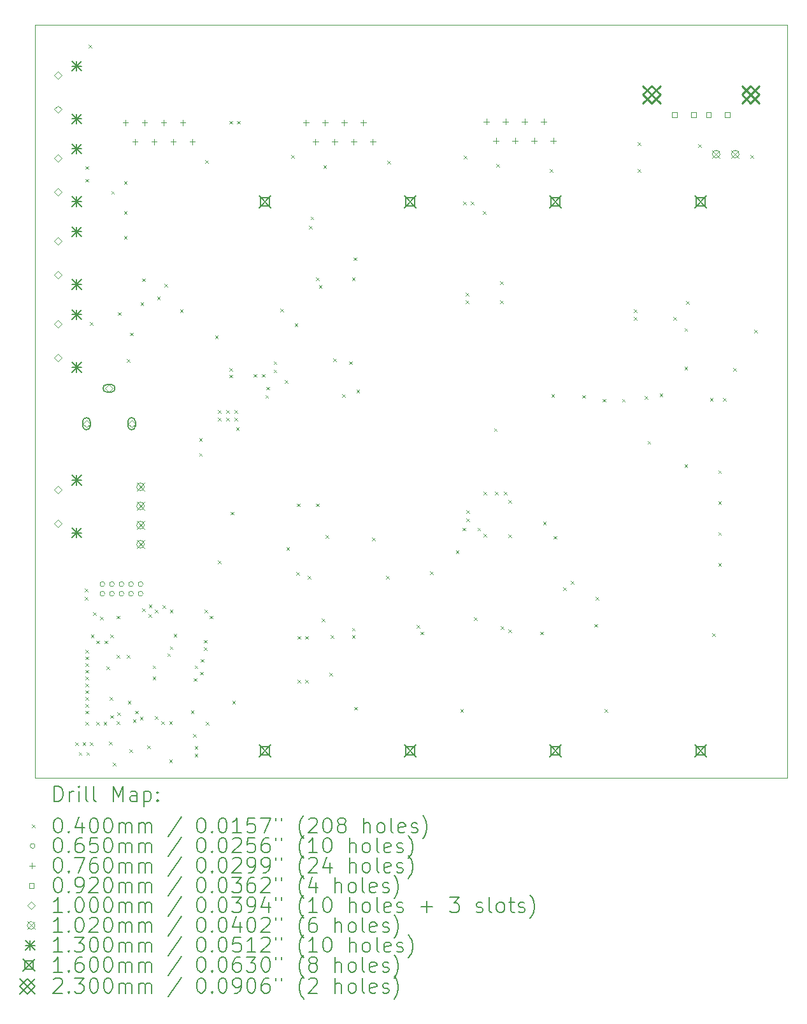
<source format=gbr>
%FSLAX45Y45*%
G04 Gerber Fmt 4.5, Leading zero omitted, Abs format (unit mm)*
G04 Created by KiCad (PCBNEW (6.0.6)) date 2023-10-25 22:22:26*
%MOMM*%
%LPD*%
G01*
G04 APERTURE LIST*
%TA.AperFunction,Profile*%
%ADD10C,0.050000*%
%TD*%
%ADD11C,0.200000*%
%ADD12C,0.040000*%
%ADD13C,0.065000*%
%ADD14C,0.076000*%
%ADD15C,0.092000*%
%ADD16C,0.100000*%
%ADD17C,0.102000*%
%ADD18C,0.130000*%
%ADD19C,0.160000*%
%ADD20C,0.230000*%
G04 APERTURE END LIST*
D10*
X0Y-10000000D02*
X10000000Y-10000000D01*
X0Y-10000000D02*
X0Y0D01*
X10000000Y0D02*
X10000000Y-10000000D01*
X10000000Y0D02*
X0Y0D01*
D11*
D12*
X530000Y-9530000D02*
X570000Y-9570000D01*
X570000Y-9530000D02*
X530000Y-9570000D01*
X580000Y-9660000D02*
X620000Y-9700000D01*
X620000Y-9660000D02*
X580000Y-9700000D01*
X630000Y-9530000D02*
X670000Y-9570000D01*
X670000Y-9530000D02*
X630000Y-9570000D01*
X660000Y-7490000D02*
X700000Y-7530000D01*
X700000Y-7490000D02*
X660000Y-7530000D01*
X660000Y-7600000D02*
X700000Y-7640000D01*
X700000Y-7600000D02*
X660000Y-7640000D01*
X670000Y-1880000D02*
X710000Y-1920000D01*
X710000Y-1880000D02*
X670000Y-1920000D01*
X670000Y-2050000D02*
X710000Y-2090000D01*
X710000Y-2050000D02*
X670000Y-2090000D01*
X670000Y-8300000D02*
X710000Y-8340000D01*
X710000Y-8300000D02*
X670000Y-8340000D01*
X670000Y-8390000D02*
X710000Y-8430000D01*
X710000Y-8390000D02*
X670000Y-8430000D01*
X670000Y-8480000D02*
X710000Y-8520000D01*
X710000Y-8480000D02*
X670000Y-8520000D01*
X670000Y-8570000D02*
X710000Y-8610000D01*
X710000Y-8570000D02*
X670000Y-8610000D01*
X670000Y-8660000D02*
X710000Y-8700000D01*
X710000Y-8660000D02*
X670000Y-8700000D01*
X670000Y-8750000D02*
X710000Y-8790000D01*
X710000Y-8750000D02*
X670000Y-8790000D01*
X670000Y-8840000D02*
X710000Y-8880000D01*
X710000Y-8840000D02*
X670000Y-8880000D01*
X670000Y-8930000D02*
X710000Y-8970000D01*
X710000Y-8930000D02*
X670000Y-8970000D01*
X670000Y-9020000D02*
X710000Y-9060000D01*
X710000Y-9020000D02*
X670000Y-9060000D01*
X670000Y-9110000D02*
X710000Y-9150000D01*
X710000Y-9110000D02*
X670000Y-9150000D01*
X670000Y-9260000D02*
X710000Y-9300000D01*
X710000Y-9260000D02*
X670000Y-9300000D01*
X680000Y-9660000D02*
X720000Y-9700000D01*
X720000Y-9660000D02*
X680000Y-9700000D01*
X710000Y-270000D02*
X750000Y-310000D01*
X750000Y-270000D02*
X710000Y-310000D01*
X730000Y-3950000D02*
X770000Y-3990000D01*
X770000Y-3950000D02*
X730000Y-3990000D01*
X730000Y-9530000D02*
X770000Y-9570000D01*
X770000Y-9530000D02*
X730000Y-9570000D01*
X740000Y-8100000D02*
X780000Y-8140000D01*
X780000Y-8100000D02*
X740000Y-8140000D01*
X770000Y-7800000D02*
X810000Y-7840000D01*
X810000Y-7800000D02*
X770000Y-7840000D01*
X810000Y-8180000D02*
X850000Y-8220000D01*
X850000Y-8180000D02*
X810000Y-8220000D01*
X810000Y-9260000D02*
X850000Y-9300000D01*
X850000Y-9260000D02*
X810000Y-9300000D01*
X860000Y-7860000D02*
X900000Y-7900000D01*
X900000Y-7860000D02*
X860000Y-7900000D01*
X910000Y-9260000D02*
X950000Y-9300000D01*
X950000Y-9260000D02*
X910000Y-9300000D01*
X920000Y-8180000D02*
X960000Y-8220000D01*
X960000Y-8180000D02*
X920000Y-8220000D01*
X950000Y-8520000D02*
X990000Y-8560000D01*
X990000Y-8520000D02*
X950000Y-8560000D01*
X980000Y-9520000D02*
X1020000Y-9560000D01*
X1020000Y-9520000D02*
X980000Y-9560000D01*
X990000Y-8930000D02*
X1030000Y-8970000D01*
X1030000Y-8930000D02*
X990000Y-8970000D01*
X995000Y-8100000D02*
X1035000Y-8140000D01*
X1035000Y-8100000D02*
X995000Y-8140000D01*
X995000Y-9170000D02*
X1035000Y-9210000D01*
X1035000Y-9170000D02*
X995000Y-9210000D01*
X1010000Y-2210000D02*
X1050000Y-2250000D01*
X1050000Y-2210000D02*
X1010000Y-2250000D01*
X1030000Y-9800000D02*
X1070000Y-9840000D01*
X1070000Y-9800000D02*
X1030000Y-9840000D01*
X1080000Y-7850000D02*
X1120000Y-7890000D01*
X1120000Y-7850000D02*
X1080000Y-7890000D01*
X1080000Y-8370000D02*
X1120000Y-8410000D01*
X1120000Y-8370000D02*
X1080000Y-8410000D01*
X1080000Y-9250000D02*
X1120000Y-9290000D01*
X1120000Y-9250000D02*
X1080000Y-9290000D01*
X1090000Y-9130000D02*
X1130000Y-9170000D01*
X1130000Y-9130000D02*
X1090000Y-9170000D01*
X1100000Y-3820000D02*
X1140000Y-3860000D01*
X1140000Y-3820000D02*
X1100000Y-3860000D01*
X1180000Y-2080000D02*
X1220000Y-2120000D01*
X1220000Y-2080000D02*
X1180000Y-2120000D01*
X1180000Y-2480000D02*
X1220000Y-2520000D01*
X1220000Y-2480000D02*
X1180000Y-2520000D01*
X1180000Y-2810000D02*
X1220000Y-2850000D01*
X1220000Y-2810000D02*
X1180000Y-2850000D01*
X1220000Y-4440000D02*
X1260000Y-4480000D01*
X1260000Y-4440000D02*
X1220000Y-4480000D01*
X1220000Y-8370000D02*
X1260000Y-8410000D01*
X1260000Y-8370000D02*
X1220000Y-8410000D01*
X1230000Y-8980000D02*
X1270000Y-9020000D01*
X1270000Y-8980000D02*
X1230000Y-9020000D01*
X1250000Y-9620000D02*
X1290000Y-9660000D01*
X1290000Y-9620000D02*
X1250000Y-9660000D01*
X1260000Y-4090000D02*
X1300000Y-4130000D01*
X1300000Y-4090000D02*
X1260000Y-4130000D01*
X1298402Y-9224454D02*
X1338402Y-9264454D01*
X1338402Y-9224454D02*
X1298402Y-9264454D01*
X1330000Y-9110000D02*
X1370000Y-9150000D01*
X1370000Y-9110000D02*
X1330000Y-9150000D01*
X1391710Y-9188625D02*
X1431710Y-9228625D01*
X1431710Y-9188625D02*
X1391710Y-9228625D01*
X1400000Y-3690000D02*
X1440000Y-3730000D01*
X1440000Y-3690000D02*
X1400000Y-3730000D01*
X1420000Y-3370000D02*
X1460000Y-3410000D01*
X1460000Y-3370000D02*
X1420000Y-3410000D01*
X1420000Y-7750000D02*
X1460000Y-7790000D01*
X1460000Y-7750000D02*
X1420000Y-7790000D01*
X1490000Y-9570000D02*
X1530000Y-9610000D01*
X1530000Y-9570000D02*
X1490000Y-9610000D01*
X1505000Y-7830000D02*
X1545000Y-7870000D01*
X1545000Y-7830000D02*
X1505000Y-7870000D01*
X1510000Y-7700000D02*
X1550000Y-7740000D01*
X1550000Y-7700000D02*
X1510000Y-7740000D01*
X1560000Y-8510000D02*
X1600000Y-8550000D01*
X1600000Y-8510000D02*
X1560000Y-8550000D01*
X1560000Y-8660000D02*
X1600000Y-8700000D01*
X1600000Y-8660000D02*
X1560000Y-8700000D01*
X1590000Y-7770000D02*
X1630000Y-7810000D01*
X1630000Y-7770000D02*
X1590000Y-7810000D01*
X1590000Y-9180000D02*
X1630000Y-9220000D01*
X1630000Y-9180000D02*
X1590000Y-9220000D01*
X1620000Y-3610000D02*
X1660000Y-3650000D01*
X1660000Y-3610000D02*
X1620000Y-3650000D01*
X1675000Y-9250000D02*
X1715000Y-9290000D01*
X1715000Y-9250000D02*
X1675000Y-9290000D01*
X1690000Y-7710000D02*
X1730000Y-7750000D01*
X1730000Y-7710000D02*
X1690000Y-7750000D01*
X1720000Y-3440000D02*
X1760000Y-3480000D01*
X1760000Y-3440000D02*
X1720000Y-3480000D01*
X1756734Y-8349252D02*
X1796734Y-8389252D01*
X1796734Y-8349252D02*
X1756734Y-8389252D01*
X1780000Y-9250000D02*
X1820000Y-9290000D01*
X1820000Y-9250000D02*
X1780000Y-9290000D01*
X1780000Y-9760000D02*
X1820000Y-9800000D01*
X1820000Y-9760000D02*
X1780000Y-9800000D01*
X1790000Y-7770000D02*
X1830000Y-7810000D01*
X1830000Y-7770000D02*
X1790000Y-7810000D01*
X1790000Y-8255000D02*
X1830000Y-8295000D01*
X1830000Y-8255000D02*
X1790000Y-8295000D01*
X1840000Y-8090000D02*
X1880000Y-8130000D01*
X1880000Y-8090000D02*
X1840000Y-8130000D01*
X1925000Y-3780000D02*
X1965000Y-3820000D01*
X1965000Y-3780000D02*
X1925000Y-3820000D01*
X2070000Y-9105000D02*
X2110000Y-9145000D01*
X2110000Y-9105000D02*
X2070000Y-9145000D01*
X2100000Y-9417550D02*
X2140000Y-9457550D01*
X2140000Y-9417550D02*
X2100000Y-9457550D01*
X2110000Y-8680000D02*
X2150000Y-8720000D01*
X2150000Y-8680000D02*
X2110000Y-8720000D01*
X2120000Y-8510000D02*
X2160000Y-8550000D01*
X2160000Y-8510000D02*
X2120000Y-8550000D01*
X2120000Y-9580000D02*
X2160000Y-9620000D01*
X2160000Y-9580000D02*
X2120000Y-9620000D01*
X2120000Y-9680000D02*
X2160000Y-9720000D01*
X2160000Y-9680000D02*
X2120000Y-9720000D01*
X2180000Y-5490000D02*
X2220000Y-5530000D01*
X2220000Y-5490000D02*
X2180000Y-5530000D01*
X2180000Y-5690000D02*
X2220000Y-5730000D01*
X2220000Y-5690000D02*
X2180000Y-5730000D01*
X2190000Y-8595000D02*
X2230000Y-8635000D01*
X2230000Y-8595000D02*
X2190000Y-8635000D01*
X2200000Y-8425000D02*
X2240000Y-8465000D01*
X2240000Y-8425000D02*
X2200000Y-8465000D01*
X2240000Y-8170000D02*
X2280000Y-8210000D01*
X2280000Y-8170000D02*
X2240000Y-8210000D01*
X2240000Y-8269950D02*
X2280000Y-8309950D01*
X2280000Y-8269950D02*
X2240000Y-8309950D01*
X2250000Y-7770000D02*
X2290000Y-7810000D01*
X2290000Y-7770000D02*
X2250000Y-7810000D01*
X2260000Y-1800000D02*
X2300000Y-1840000D01*
X2300000Y-1800000D02*
X2260000Y-1840000D01*
X2270000Y-9260000D02*
X2310000Y-9300000D01*
X2310000Y-9260000D02*
X2270000Y-9300000D01*
X2320000Y-7850000D02*
X2360000Y-7890000D01*
X2360000Y-7850000D02*
X2320000Y-7890000D01*
X2390000Y-4130000D02*
X2430000Y-4170000D01*
X2430000Y-4130000D02*
X2390000Y-4170000D01*
X2429000Y-7116000D02*
X2469000Y-7156000D01*
X2469000Y-7116000D02*
X2429000Y-7156000D01*
X2430000Y-5120000D02*
X2470000Y-5160000D01*
X2470000Y-5120000D02*
X2430000Y-5160000D01*
X2430000Y-5220000D02*
X2470000Y-5260000D01*
X2470000Y-5220000D02*
X2430000Y-5260000D01*
X2540000Y-5120000D02*
X2580000Y-5160000D01*
X2580000Y-5120000D02*
X2540000Y-5160000D01*
X2540000Y-5220000D02*
X2580000Y-5260000D01*
X2580000Y-5220000D02*
X2540000Y-5260000D01*
X2580000Y-1280000D02*
X2620000Y-1320000D01*
X2620000Y-1280000D02*
X2580000Y-1320000D01*
X2580000Y-4560000D02*
X2620000Y-4600000D01*
X2620000Y-4560000D02*
X2580000Y-4600000D01*
X2580000Y-4650000D02*
X2620000Y-4690000D01*
X2620000Y-4650000D02*
X2580000Y-4690000D01*
X2600000Y-6470000D02*
X2640000Y-6510000D01*
X2640000Y-6470000D02*
X2600000Y-6510000D01*
X2620000Y-8980000D02*
X2660000Y-9020000D01*
X2660000Y-8980000D02*
X2620000Y-9020000D01*
X2650000Y-5120000D02*
X2690000Y-5160000D01*
X2690000Y-5120000D02*
X2650000Y-5160000D01*
X2650000Y-5220000D02*
X2690000Y-5260000D01*
X2690000Y-5220000D02*
X2650000Y-5260000D01*
X2670000Y-5350000D02*
X2710000Y-5390000D01*
X2710000Y-5350000D02*
X2670000Y-5390000D01*
X2680000Y-1280000D02*
X2720000Y-1320000D01*
X2720000Y-1280000D02*
X2680000Y-1320000D01*
X2902500Y-4640000D02*
X2942500Y-4680000D01*
X2942500Y-4640000D02*
X2902500Y-4680000D01*
X3010000Y-4640000D02*
X3050000Y-4680000D01*
X3050000Y-4640000D02*
X3010000Y-4680000D01*
X3060000Y-4920000D02*
X3100000Y-4960000D01*
X3100000Y-4920000D02*
X3060000Y-4960000D01*
X3070000Y-4810000D02*
X3110000Y-4850000D01*
X3110000Y-4810000D02*
X3070000Y-4850000D01*
X3170000Y-4470000D02*
X3210000Y-4510000D01*
X3210000Y-4470000D02*
X3170000Y-4510000D01*
X3170000Y-4580000D02*
X3210000Y-4620000D01*
X3210000Y-4580000D02*
X3170000Y-4620000D01*
X3260000Y-3770000D02*
X3300000Y-3810000D01*
X3300000Y-3770000D02*
X3260000Y-3810000D01*
X3320000Y-4720000D02*
X3360000Y-4760000D01*
X3360000Y-4720000D02*
X3320000Y-4760000D01*
X3340000Y-6940000D02*
X3380000Y-6980000D01*
X3380000Y-6940000D02*
X3340000Y-6980000D01*
X3400000Y-1730000D02*
X3440000Y-1770000D01*
X3440000Y-1730000D02*
X3400000Y-1770000D01*
X3450000Y-3970000D02*
X3490000Y-4010000D01*
X3490000Y-3970000D02*
X3450000Y-4010000D01*
X3470000Y-7270000D02*
X3510000Y-7310000D01*
X3510000Y-7270000D02*
X3470000Y-7310000D01*
X3480000Y-6360000D02*
X3520000Y-6400000D01*
X3520000Y-6360000D02*
X3480000Y-6400000D01*
X3490000Y-8120000D02*
X3530000Y-8160000D01*
X3530000Y-8120000D02*
X3490000Y-8160000D01*
X3490000Y-8700000D02*
X3530000Y-8740000D01*
X3530000Y-8700000D02*
X3490000Y-8740000D01*
X3590000Y-8120000D02*
X3630000Y-8160000D01*
X3630000Y-8120000D02*
X3590000Y-8160000D01*
X3590000Y-8700000D02*
X3630000Y-8740000D01*
X3630000Y-8700000D02*
X3590000Y-8740000D01*
X3620000Y-7320000D02*
X3660000Y-7360000D01*
X3660000Y-7320000D02*
X3620000Y-7360000D01*
X3640000Y-2670000D02*
X3680000Y-2710000D01*
X3680000Y-2670000D02*
X3640000Y-2710000D01*
X3660000Y-2550000D02*
X3700000Y-2590000D01*
X3700000Y-2550000D02*
X3660000Y-2590000D01*
X3730000Y-3360000D02*
X3770000Y-3400000D01*
X3770000Y-3360000D02*
X3730000Y-3400000D01*
X3730000Y-6360000D02*
X3770000Y-6400000D01*
X3770000Y-6360000D02*
X3730000Y-6400000D01*
X3770000Y-3460000D02*
X3810000Y-3500000D01*
X3810000Y-3460000D02*
X3770000Y-3500000D01*
X3810000Y-7890000D02*
X3850000Y-7930000D01*
X3850000Y-7890000D02*
X3810000Y-7930000D01*
X3830000Y-1870000D02*
X3870000Y-1910000D01*
X3870000Y-1870000D02*
X3830000Y-1910000D01*
X3860000Y-6780000D02*
X3900000Y-6820000D01*
X3900000Y-6780000D02*
X3860000Y-6820000D01*
X3910000Y-8610000D02*
X3950000Y-8650000D01*
X3950000Y-8610000D02*
X3910000Y-8650000D01*
X3930000Y-8110000D02*
X3970000Y-8150000D01*
X3970000Y-8110000D02*
X3930000Y-8150000D01*
X3960000Y-4430000D02*
X4000000Y-4470000D01*
X4000000Y-4430000D02*
X3960000Y-4470000D01*
X4080000Y-4910000D02*
X4120000Y-4950000D01*
X4120000Y-4910000D02*
X4080000Y-4950000D01*
X4170000Y-4470000D02*
X4210000Y-4510000D01*
X4210000Y-4470000D02*
X4170000Y-4510000D01*
X4210000Y-3360000D02*
X4250000Y-3400000D01*
X4250000Y-3360000D02*
X4210000Y-3400000D01*
X4210000Y-8010000D02*
X4250000Y-8050000D01*
X4250000Y-8010000D02*
X4210000Y-8050000D01*
X4210000Y-8109950D02*
X4250000Y-8149950D01*
X4250000Y-8109950D02*
X4210000Y-8149950D01*
X4230000Y-3090000D02*
X4270000Y-3130000D01*
X4270000Y-3090000D02*
X4230000Y-3130000D01*
X4240000Y-9060000D02*
X4280000Y-9100000D01*
X4280000Y-9060000D02*
X4240000Y-9100000D01*
X4270000Y-4850000D02*
X4310000Y-4890000D01*
X4310000Y-4850000D02*
X4270000Y-4890000D01*
X4480000Y-6810000D02*
X4520000Y-6850000D01*
X4520000Y-6810000D02*
X4480000Y-6850000D01*
X4667000Y-7320000D02*
X4707000Y-7360000D01*
X4707000Y-7320000D02*
X4667000Y-7360000D01*
X4680000Y-1810000D02*
X4720000Y-1850000D01*
X4720000Y-1810000D02*
X4680000Y-1850000D01*
X5070000Y-7970000D02*
X5110000Y-8010000D01*
X5110000Y-7970000D02*
X5070000Y-8010000D01*
X5120000Y-8060000D02*
X5160000Y-8100000D01*
X5160000Y-8060000D02*
X5120000Y-8100000D01*
X5250000Y-7260000D02*
X5290000Y-7300000D01*
X5290000Y-7260000D02*
X5250000Y-7300000D01*
X5590000Y-6980000D02*
X5630000Y-7020000D01*
X5630000Y-6980000D02*
X5590000Y-7020000D01*
X5650000Y-9090000D02*
X5690000Y-9130000D01*
X5690000Y-9090000D02*
X5650000Y-9130000D01*
X5680000Y-6680000D02*
X5720000Y-6720000D01*
X5720000Y-6680000D02*
X5680000Y-6720000D01*
X5690000Y-2350000D02*
X5730000Y-2390000D01*
X5730000Y-2350000D02*
X5690000Y-2390000D01*
X5700000Y-1740000D02*
X5740000Y-1780000D01*
X5740000Y-1740000D02*
X5700000Y-1780000D01*
X5720000Y-3560000D02*
X5760000Y-3600000D01*
X5760000Y-3560000D02*
X5720000Y-3600000D01*
X5720000Y-3660000D02*
X5760000Y-3700000D01*
X5760000Y-3660000D02*
X5720000Y-3700000D01*
X5730000Y-6450000D02*
X5770000Y-6490000D01*
X5770000Y-6450000D02*
X5730000Y-6490000D01*
X5730000Y-6560000D02*
X5770000Y-6600000D01*
X5770000Y-6560000D02*
X5730000Y-6600000D01*
X5790000Y-2350000D02*
X5830000Y-2390000D01*
X5830000Y-2350000D02*
X5790000Y-2390000D01*
X5830000Y-7870000D02*
X5870000Y-7910000D01*
X5870000Y-7870000D02*
X5830000Y-7910000D01*
X5880000Y-6680000D02*
X5920000Y-6720000D01*
X5920000Y-6680000D02*
X5880000Y-6720000D01*
X5950000Y-2480000D02*
X5990000Y-2520000D01*
X5990000Y-2480000D02*
X5950000Y-2520000D01*
X5960000Y-6200000D02*
X6000000Y-6240000D01*
X6000000Y-6200000D02*
X5960000Y-6240000D01*
X5960000Y-6760000D02*
X6000000Y-6800000D01*
X6000000Y-6760000D02*
X5960000Y-6800000D01*
X6100000Y-5360000D02*
X6140000Y-5400000D01*
X6140000Y-5360000D02*
X6100000Y-5400000D01*
X6110000Y-6200000D02*
X6150000Y-6240000D01*
X6150000Y-6200000D02*
X6110000Y-6240000D01*
X6130000Y-1850000D02*
X6170000Y-1890000D01*
X6170000Y-1850000D02*
X6130000Y-1890000D01*
X6180000Y-3410000D02*
X6220000Y-3450000D01*
X6220000Y-3410000D02*
X6180000Y-3450000D01*
X6180000Y-3660000D02*
X6220000Y-3700000D01*
X6220000Y-3660000D02*
X6180000Y-3700000D01*
X6190000Y-7990000D02*
X6230000Y-8030000D01*
X6230000Y-7990000D02*
X6190000Y-8030000D01*
X6230000Y-6200000D02*
X6270000Y-6240000D01*
X6270000Y-6200000D02*
X6230000Y-6240000D01*
X6290000Y-6310000D02*
X6330000Y-6350000D01*
X6330000Y-6310000D02*
X6290000Y-6350000D01*
X6290000Y-6770000D02*
X6330000Y-6810000D01*
X6330000Y-6770000D02*
X6290000Y-6810000D01*
X6290000Y-8030000D02*
X6330000Y-8070000D01*
X6330000Y-8030000D02*
X6290000Y-8070000D01*
X6710000Y-8060000D02*
X6750000Y-8100000D01*
X6750000Y-8060000D02*
X6710000Y-8100000D01*
X6750000Y-6600000D02*
X6790000Y-6640000D01*
X6790000Y-6600000D02*
X6750000Y-6640000D01*
X6840000Y-1920000D02*
X6880000Y-1960000D01*
X6880000Y-1920000D02*
X6840000Y-1960000D01*
X6860000Y-4910000D02*
X6900000Y-4950000D01*
X6900000Y-4910000D02*
X6860000Y-4950000D01*
X6890000Y-6790000D02*
X6930000Y-6830000D01*
X6930000Y-6790000D02*
X6890000Y-6830000D01*
X7020000Y-7470000D02*
X7060000Y-7510000D01*
X7060000Y-7470000D02*
X7020000Y-7510000D01*
X7120000Y-7390000D02*
X7160000Y-7430000D01*
X7160000Y-7390000D02*
X7120000Y-7430000D01*
X7270000Y-4920000D02*
X7310000Y-4960000D01*
X7310000Y-4920000D02*
X7270000Y-4960000D01*
X7430000Y-7960000D02*
X7470000Y-8000000D01*
X7470000Y-7960000D02*
X7430000Y-8000000D01*
X7450000Y-7600000D02*
X7490000Y-7640000D01*
X7490000Y-7600000D02*
X7450000Y-7640000D01*
X7540000Y-4970000D02*
X7580000Y-5010000D01*
X7580000Y-4970000D02*
X7540000Y-5010000D01*
X7570000Y-9090000D02*
X7610000Y-9130000D01*
X7610000Y-9090000D02*
X7570000Y-9130000D01*
X7800000Y-4970000D02*
X7840000Y-5010000D01*
X7840000Y-4970000D02*
X7800000Y-5010000D01*
X7960000Y-3780000D02*
X8000000Y-3820000D01*
X8000000Y-3780000D02*
X7960000Y-3820000D01*
X7960000Y-3880000D02*
X8000000Y-3920000D01*
X8000000Y-3880000D02*
X7960000Y-3920000D01*
X8010000Y-1560000D02*
X8050000Y-1600000D01*
X8050000Y-1560000D02*
X8010000Y-1600000D01*
X8010000Y-1920000D02*
X8050000Y-1960000D01*
X8050000Y-1920000D02*
X8010000Y-1960000D01*
X8100000Y-4930000D02*
X8140000Y-4970000D01*
X8140000Y-4930000D02*
X8100000Y-4970000D01*
X8140000Y-5530000D02*
X8180000Y-5570000D01*
X8180000Y-5530000D02*
X8140000Y-5570000D01*
X8300000Y-4900000D02*
X8340000Y-4940000D01*
X8340000Y-4900000D02*
X8300000Y-4940000D01*
X8480000Y-3880000D02*
X8520000Y-3920000D01*
X8520000Y-3880000D02*
X8480000Y-3920000D01*
X8630000Y-4030000D02*
X8670000Y-4070000D01*
X8670000Y-4030000D02*
X8630000Y-4070000D01*
X8630000Y-4540000D02*
X8670000Y-4580000D01*
X8670000Y-4540000D02*
X8630000Y-4580000D01*
X8630000Y-5840000D02*
X8670000Y-5880000D01*
X8670000Y-5840000D02*
X8630000Y-5880000D01*
X8650000Y-3670000D02*
X8690000Y-3710000D01*
X8690000Y-3670000D02*
X8650000Y-3710000D01*
X8810000Y-1590000D02*
X8850000Y-1630000D01*
X8850000Y-1590000D02*
X8810000Y-1630000D01*
X8970000Y-4960000D02*
X9010000Y-5000000D01*
X9010000Y-4960000D02*
X8970000Y-5000000D01*
X9000000Y-8080000D02*
X9040000Y-8120000D01*
X9040000Y-8080000D02*
X9000000Y-8120000D01*
X9080000Y-5920000D02*
X9120000Y-5960000D01*
X9120000Y-5920000D02*
X9080000Y-5960000D01*
X9080000Y-6330000D02*
X9120000Y-6370000D01*
X9120000Y-6330000D02*
X9080000Y-6370000D01*
X9080000Y-6740000D02*
X9120000Y-6780000D01*
X9120000Y-6740000D02*
X9080000Y-6780000D01*
X9080000Y-7150000D02*
X9120000Y-7190000D01*
X9120000Y-7150000D02*
X9080000Y-7190000D01*
X9140000Y-4960000D02*
X9180000Y-5000000D01*
X9180000Y-4960000D02*
X9140000Y-5000000D01*
X9280000Y-4560000D02*
X9320000Y-4600000D01*
X9320000Y-4560000D02*
X9280000Y-4600000D01*
X9510000Y-1730000D02*
X9550000Y-1770000D01*
X9550000Y-1730000D02*
X9510000Y-1770000D01*
X9560000Y-4050000D02*
X9600000Y-4090000D01*
X9600000Y-4050000D02*
X9560000Y-4090000D01*
D13*
X925500Y-7430000D02*
G75*
G03*
X925500Y-7430000I-32500J0D01*
G01*
X925500Y-7557000D02*
G75*
G03*
X925500Y-7557000I-32500J0D01*
G01*
X1052500Y-7430000D02*
G75*
G03*
X1052500Y-7430000I-32500J0D01*
G01*
X1052500Y-7557000D02*
G75*
G03*
X1052500Y-7557000I-32500J0D01*
G01*
X1179500Y-7430000D02*
G75*
G03*
X1179500Y-7430000I-32500J0D01*
G01*
X1179500Y-7557000D02*
G75*
G03*
X1179500Y-7557000I-32500J0D01*
G01*
X1306500Y-7430000D02*
G75*
G03*
X1306500Y-7430000I-32500J0D01*
G01*
X1306500Y-7557000D02*
G75*
G03*
X1306500Y-7557000I-32500J0D01*
G01*
X1433500Y-7430000D02*
G75*
G03*
X1433500Y-7430000I-32500J0D01*
G01*
X1433500Y-7557000D02*
G75*
G03*
X1433500Y-7557000I-32500J0D01*
G01*
D14*
X1200000Y-1262000D02*
X1200000Y-1338000D01*
X1162000Y-1300000D02*
X1238000Y-1300000D01*
X1327000Y-1516000D02*
X1327000Y-1592000D01*
X1289000Y-1554000D02*
X1365000Y-1554000D01*
X1454000Y-1262000D02*
X1454000Y-1338000D01*
X1416000Y-1300000D02*
X1492000Y-1300000D01*
X1581000Y-1516000D02*
X1581000Y-1592000D01*
X1543000Y-1554000D02*
X1619000Y-1554000D01*
X1708000Y-1262000D02*
X1708000Y-1338000D01*
X1670000Y-1300000D02*
X1746000Y-1300000D01*
X1835000Y-1516000D02*
X1835000Y-1592000D01*
X1797000Y-1554000D02*
X1873000Y-1554000D01*
X1962000Y-1262000D02*
X1962000Y-1338000D01*
X1924000Y-1300000D02*
X2000000Y-1300000D01*
X2089000Y-1516000D02*
X2089000Y-1592000D01*
X2051000Y-1554000D02*
X2127000Y-1554000D01*
X3600000Y-1262000D02*
X3600000Y-1338000D01*
X3562000Y-1300000D02*
X3638000Y-1300000D01*
X3727000Y-1516000D02*
X3727000Y-1592000D01*
X3689000Y-1554000D02*
X3765000Y-1554000D01*
X3854000Y-1262000D02*
X3854000Y-1338000D01*
X3816000Y-1300000D02*
X3892000Y-1300000D01*
X3981000Y-1516000D02*
X3981000Y-1592000D01*
X3943000Y-1554000D02*
X4019000Y-1554000D01*
X4108000Y-1262000D02*
X4108000Y-1338000D01*
X4070000Y-1300000D02*
X4146000Y-1300000D01*
X4235000Y-1516000D02*
X4235000Y-1592000D01*
X4197000Y-1554000D02*
X4273000Y-1554000D01*
X4362000Y-1262000D02*
X4362000Y-1338000D01*
X4324000Y-1300000D02*
X4400000Y-1300000D01*
X4489000Y-1516000D02*
X4489000Y-1592000D01*
X4451000Y-1554000D02*
X4527000Y-1554000D01*
X6000000Y-1252000D02*
X6000000Y-1328000D01*
X5962000Y-1290000D02*
X6038000Y-1290000D01*
X6127000Y-1506000D02*
X6127000Y-1582000D01*
X6089000Y-1544000D02*
X6165000Y-1544000D01*
X6254000Y-1252000D02*
X6254000Y-1328000D01*
X6216000Y-1290000D02*
X6292000Y-1290000D01*
X6381000Y-1506000D02*
X6381000Y-1582000D01*
X6343000Y-1544000D02*
X6419000Y-1544000D01*
X6508000Y-1252000D02*
X6508000Y-1328000D01*
X6470000Y-1290000D02*
X6546000Y-1290000D01*
X6635000Y-1506000D02*
X6635000Y-1582000D01*
X6597000Y-1544000D02*
X6673000Y-1544000D01*
X6762000Y-1252000D02*
X6762000Y-1328000D01*
X6724000Y-1290000D02*
X6800000Y-1290000D01*
X6889000Y-1506000D02*
X6889000Y-1582000D01*
X6851000Y-1544000D02*
X6927000Y-1544000D01*
D15*
X8532527Y-1232527D02*
X8532527Y-1167473D01*
X8467473Y-1167473D01*
X8467473Y-1232527D01*
X8532527Y-1232527D01*
X8782527Y-1232527D02*
X8782527Y-1167473D01*
X8717473Y-1167473D01*
X8717473Y-1232527D01*
X8782527Y-1232527D01*
X8982527Y-1232527D02*
X8982527Y-1167473D01*
X8917473Y-1167473D01*
X8917473Y-1232527D01*
X8982527Y-1232527D01*
X9232527Y-1232527D02*
X9232527Y-1167473D01*
X9167473Y-1167473D01*
X9167473Y-1232527D01*
X9232527Y-1232527D01*
D16*
X300000Y-725000D02*
X350000Y-675000D01*
X300000Y-625000D01*
X250000Y-675000D01*
X300000Y-725000D01*
X300000Y-1175000D02*
X350000Y-1125000D01*
X300000Y-1075000D01*
X250000Y-1125000D01*
X300000Y-1175000D01*
X300000Y-1825000D02*
X350000Y-1775000D01*
X300000Y-1725000D01*
X250000Y-1775000D01*
X300000Y-1825000D01*
X300000Y-2275000D02*
X350000Y-2225000D01*
X300000Y-2175000D01*
X250000Y-2225000D01*
X300000Y-2275000D01*
X300000Y-2925000D02*
X350000Y-2875000D01*
X300000Y-2825000D01*
X250000Y-2875000D01*
X300000Y-2925000D01*
X300000Y-3375000D02*
X350000Y-3325000D01*
X300000Y-3275000D01*
X250000Y-3325000D01*
X300000Y-3375000D01*
X300000Y-4025000D02*
X350000Y-3975000D01*
X300000Y-3925000D01*
X250000Y-3975000D01*
X300000Y-4025000D01*
X300000Y-4475000D02*
X350000Y-4425000D01*
X300000Y-4375000D01*
X250000Y-4425000D01*
X300000Y-4475000D01*
X300000Y-6225000D02*
X350000Y-6175000D01*
X300000Y-6125000D01*
X250000Y-6175000D01*
X300000Y-6225000D01*
X300000Y-6675000D02*
X350000Y-6625000D01*
X300000Y-6575000D01*
X250000Y-6625000D01*
X300000Y-6675000D01*
X681250Y-5350000D02*
X731250Y-5300000D01*
X681250Y-5250000D01*
X631250Y-5300000D01*
X681250Y-5350000D01*
D11*
X731250Y-5330000D02*
X731250Y-5270000D01*
X631250Y-5330000D02*
X631250Y-5270000D01*
X731250Y-5270000D02*
G75*
G03*
X631250Y-5270000I-50000J0D01*
G01*
X631250Y-5330000D02*
G75*
G03*
X731250Y-5330000I50000J0D01*
G01*
D16*
X981250Y-4880000D02*
X1031250Y-4830000D01*
X981250Y-4780000D01*
X931250Y-4830000D01*
X981250Y-4880000D01*
D11*
X1011250Y-4780000D02*
X951250Y-4780000D01*
X1011250Y-4880000D02*
X951250Y-4880000D01*
X951250Y-4780000D02*
G75*
G03*
X951250Y-4880000I0J-50000D01*
G01*
X1011250Y-4880000D02*
G75*
G03*
X1011250Y-4780000I0J50000D01*
G01*
D16*
X1281250Y-5350000D02*
X1331250Y-5300000D01*
X1281250Y-5250000D01*
X1231250Y-5300000D01*
X1281250Y-5350000D01*
D11*
X1331250Y-5330000D02*
X1331250Y-5270000D01*
X1231250Y-5330000D02*
X1231250Y-5270000D01*
X1331250Y-5270000D02*
G75*
G03*
X1231250Y-5270000I-50000J0D01*
G01*
X1231250Y-5330000D02*
G75*
G03*
X1331250Y-5330000I50000J0D01*
G01*
D17*
X1349000Y-6087000D02*
X1451000Y-6189000D01*
X1451000Y-6087000D02*
X1349000Y-6189000D01*
X1451000Y-6138000D02*
G75*
G03*
X1451000Y-6138000I-51000J0D01*
G01*
X1349000Y-6341000D02*
X1451000Y-6443000D01*
X1451000Y-6341000D02*
X1349000Y-6443000D01*
X1451000Y-6392000D02*
G75*
G03*
X1451000Y-6392000I-51000J0D01*
G01*
X1349000Y-6595000D02*
X1451000Y-6697000D01*
X1451000Y-6595000D02*
X1349000Y-6697000D01*
X1451000Y-6646000D02*
G75*
G03*
X1451000Y-6646000I-51000J0D01*
G01*
X1349000Y-6849000D02*
X1451000Y-6951000D01*
X1451000Y-6849000D02*
X1349000Y-6951000D01*
X1451000Y-6900000D02*
G75*
G03*
X1451000Y-6900000I-51000J0D01*
G01*
X9001500Y-1669000D02*
X9103500Y-1771000D01*
X9103500Y-1669000D02*
X9001500Y-1771000D01*
X9103500Y-1720000D02*
G75*
G03*
X9103500Y-1720000I-51000J0D01*
G01*
X9255500Y-1669000D02*
X9357500Y-1771000D01*
X9357500Y-1669000D02*
X9255500Y-1771000D01*
X9357500Y-1720000D02*
G75*
G03*
X9357500Y-1720000I-51000J0D01*
G01*
D18*
X485000Y-485000D02*
X615000Y-615000D01*
X615000Y-485000D02*
X485000Y-615000D01*
X550000Y-485000D02*
X550000Y-615000D01*
X485000Y-550000D02*
X615000Y-550000D01*
X485000Y-1185000D02*
X615000Y-1315000D01*
X615000Y-1185000D02*
X485000Y-1315000D01*
X550000Y-1185000D02*
X550000Y-1315000D01*
X485000Y-1250000D02*
X615000Y-1250000D01*
X485000Y-1585000D02*
X615000Y-1715000D01*
X615000Y-1585000D02*
X485000Y-1715000D01*
X550000Y-1585000D02*
X550000Y-1715000D01*
X485000Y-1650000D02*
X615000Y-1650000D01*
X485000Y-2285000D02*
X615000Y-2415000D01*
X615000Y-2285000D02*
X485000Y-2415000D01*
X550000Y-2285000D02*
X550000Y-2415000D01*
X485000Y-2350000D02*
X615000Y-2350000D01*
X485000Y-2685000D02*
X615000Y-2815000D01*
X615000Y-2685000D02*
X485000Y-2815000D01*
X550000Y-2685000D02*
X550000Y-2815000D01*
X485000Y-2750000D02*
X615000Y-2750000D01*
X485000Y-3385000D02*
X615000Y-3515000D01*
X615000Y-3385000D02*
X485000Y-3515000D01*
X550000Y-3385000D02*
X550000Y-3515000D01*
X485000Y-3450000D02*
X615000Y-3450000D01*
X485000Y-3785000D02*
X615000Y-3915000D01*
X615000Y-3785000D02*
X485000Y-3915000D01*
X550000Y-3785000D02*
X550000Y-3915000D01*
X485000Y-3850000D02*
X615000Y-3850000D01*
X485000Y-4485000D02*
X615000Y-4615000D01*
X615000Y-4485000D02*
X485000Y-4615000D01*
X550000Y-4485000D02*
X550000Y-4615000D01*
X485000Y-4550000D02*
X615000Y-4550000D01*
X485000Y-5985000D02*
X615000Y-6115000D01*
X615000Y-5985000D02*
X485000Y-6115000D01*
X550000Y-5985000D02*
X550000Y-6115000D01*
X485000Y-6050000D02*
X615000Y-6050000D01*
X485000Y-6685000D02*
X615000Y-6815000D01*
X615000Y-6685000D02*
X485000Y-6815000D01*
X550000Y-6685000D02*
X550000Y-6815000D01*
X485000Y-6750000D02*
X615000Y-6750000D01*
D19*
X2974500Y-2275000D02*
X3134500Y-2435000D01*
X3134500Y-2275000D02*
X2974500Y-2435000D01*
X3111069Y-2411569D02*
X3111069Y-2298431D01*
X2997931Y-2298431D01*
X2997931Y-2411569D01*
X3111069Y-2411569D01*
X2974500Y-9565000D02*
X3134500Y-9725000D01*
X3134500Y-9565000D02*
X2974500Y-9725000D01*
X3111069Y-9701569D02*
X3111069Y-9588431D01*
X2997931Y-9588431D01*
X2997931Y-9701569D01*
X3111069Y-9701569D01*
X4905000Y-2275000D02*
X5065000Y-2435000D01*
X5065000Y-2275000D02*
X4905000Y-2435000D01*
X5041569Y-2411569D02*
X5041569Y-2298431D01*
X4928431Y-2298431D01*
X4928431Y-2411569D01*
X5041569Y-2411569D01*
X4905000Y-9565000D02*
X5065000Y-9725000D01*
X5065000Y-9565000D02*
X4905000Y-9725000D01*
X5041569Y-9701569D02*
X5041569Y-9588431D01*
X4928431Y-9588431D01*
X4928431Y-9701569D01*
X5041569Y-9701569D01*
X6835000Y-2275000D02*
X6995000Y-2435000D01*
X6995000Y-2275000D02*
X6835000Y-2435000D01*
X6971569Y-2411569D02*
X6971569Y-2298431D01*
X6858431Y-2298431D01*
X6858431Y-2411569D01*
X6971569Y-2411569D01*
X6835000Y-9565000D02*
X6995000Y-9725000D01*
X6995000Y-9565000D02*
X6835000Y-9725000D01*
X6971569Y-9701569D02*
X6971569Y-9588431D01*
X6858431Y-9588431D01*
X6858431Y-9701569D01*
X6971569Y-9701569D01*
X8765500Y-2275000D02*
X8925500Y-2435000D01*
X8925500Y-2275000D02*
X8765500Y-2435000D01*
X8902069Y-2411569D02*
X8902069Y-2298431D01*
X8788931Y-2298431D01*
X8788931Y-2411569D01*
X8902069Y-2411569D01*
X8765500Y-9565000D02*
X8925500Y-9725000D01*
X8925500Y-9565000D02*
X8765500Y-9725000D01*
X8902069Y-9701569D02*
X8902069Y-9588431D01*
X8788931Y-9588431D01*
X8788931Y-9701569D01*
X8902069Y-9701569D01*
D20*
X8078000Y-814000D02*
X8308000Y-1044000D01*
X8308000Y-814000D02*
X8078000Y-1044000D01*
X8193000Y-1044000D02*
X8308000Y-929000D01*
X8193000Y-814000D01*
X8078000Y-929000D01*
X8193000Y-1044000D01*
X9392000Y-814000D02*
X9622000Y-1044000D01*
X9622000Y-814000D02*
X9392000Y-1044000D01*
X9507000Y-1044000D02*
X9622000Y-929000D01*
X9507000Y-814000D01*
X9392000Y-929000D01*
X9507000Y-1044000D01*
D11*
X255119Y-10312976D02*
X255119Y-10112976D01*
X302738Y-10112976D01*
X331310Y-10122500D01*
X350357Y-10141548D01*
X359881Y-10160595D01*
X369405Y-10198690D01*
X369405Y-10227262D01*
X359881Y-10265357D01*
X350357Y-10284405D01*
X331310Y-10303452D01*
X302738Y-10312976D01*
X255119Y-10312976D01*
X455119Y-10312976D02*
X455119Y-10179643D01*
X455119Y-10217738D02*
X464643Y-10198690D01*
X474167Y-10189167D01*
X493214Y-10179643D01*
X512262Y-10179643D01*
X578929Y-10312976D02*
X578929Y-10179643D01*
X578929Y-10112976D02*
X569405Y-10122500D01*
X578929Y-10132024D01*
X588452Y-10122500D01*
X578929Y-10112976D01*
X578929Y-10132024D01*
X702738Y-10312976D02*
X683690Y-10303452D01*
X674167Y-10284405D01*
X674167Y-10112976D01*
X807500Y-10312976D02*
X788452Y-10303452D01*
X778928Y-10284405D01*
X778928Y-10112976D01*
X1036071Y-10312976D02*
X1036071Y-10112976D01*
X1102738Y-10255833D01*
X1169405Y-10112976D01*
X1169405Y-10312976D01*
X1350357Y-10312976D02*
X1350357Y-10208214D01*
X1340833Y-10189167D01*
X1321786Y-10179643D01*
X1283690Y-10179643D01*
X1264643Y-10189167D01*
X1350357Y-10303452D02*
X1331310Y-10312976D01*
X1283690Y-10312976D01*
X1264643Y-10303452D01*
X1255119Y-10284405D01*
X1255119Y-10265357D01*
X1264643Y-10246310D01*
X1283690Y-10236786D01*
X1331310Y-10236786D01*
X1350357Y-10227262D01*
X1445595Y-10179643D02*
X1445595Y-10379643D01*
X1445595Y-10189167D02*
X1464643Y-10179643D01*
X1502738Y-10179643D01*
X1521786Y-10189167D01*
X1531309Y-10198690D01*
X1540833Y-10217738D01*
X1540833Y-10274881D01*
X1531309Y-10293929D01*
X1521786Y-10303452D01*
X1502738Y-10312976D01*
X1464643Y-10312976D01*
X1445595Y-10303452D01*
X1626548Y-10293929D02*
X1636071Y-10303452D01*
X1626548Y-10312976D01*
X1617024Y-10303452D01*
X1626548Y-10293929D01*
X1626548Y-10312976D01*
X1626548Y-10189167D02*
X1636071Y-10198690D01*
X1626548Y-10208214D01*
X1617024Y-10198690D01*
X1626548Y-10189167D01*
X1626548Y-10208214D01*
D12*
X-42500Y-10622500D02*
X-2500Y-10662500D01*
X-2500Y-10622500D02*
X-42500Y-10662500D01*
D11*
X293214Y-10532976D02*
X312262Y-10532976D01*
X331310Y-10542500D01*
X340833Y-10552024D01*
X350357Y-10571071D01*
X359881Y-10609167D01*
X359881Y-10656786D01*
X350357Y-10694881D01*
X340833Y-10713929D01*
X331310Y-10723452D01*
X312262Y-10732976D01*
X293214Y-10732976D01*
X274167Y-10723452D01*
X264643Y-10713929D01*
X255119Y-10694881D01*
X245595Y-10656786D01*
X245595Y-10609167D01*
X255119Y-10571071D01*
X264643Y-10552024D01*
X274167Y-10542500D01*
X293214Y-10532976D01*
X445595Y-10713929D02*
X455119Y-10723452D01*
X445595Y-10732976D01*
X436071Y-10723452D01*
X445595Y-10713929D01*
X445595Y-10732976D01*
X626548Y-10599643D02*
X626548Y-10732976D01*
X578929Y-10523452D02*
X531310Y-10666310D01*
X655119Y-10666310D01*
X769405Y-10532976D02*
X788452Y-10532976D01*
X807500Y-10542500D01*
X817024Y-10552024D01*
X826548Y-10571071D01*
X836071Y-10609167D01*
X836071Y-10656786D01*
X826548Y-10694881D01*
X817024Y-10713929D01*
X807500Y-10723452D01*
X788452Y-10732976D01*
X769405Y-10732976D01*
X750357Y-10723452D01*
X740833Y-10713929D01*
X731309Y-10694881D01*
X721786Y-10656786D01*
X721786Y-10609167D01*
X731309Y-10571071D01*
X740833Y-10552024D01*
X750357Y-10542500D01*
X769405Y-10532976D01*
X959881Y-10532976D02*
X978928Y-10532976D01*
X997976Y-10542500D01*
X1007500Y-10552024D01*
X1017024Y-10571071D01*
X1026548Y-10609167D01*
X1026548Y-10656786D01*
X1017024Y-10694881D01*
X1007500Y-10713929D01*
X997976Y-10723452D01*
X978928Y-10732976D01*
X959881Y-10732976D01*
X940833Y-10723452D01*
X931309Y-10713929D01*
X921786Y-10694881D01*
X912262Y-10656786D01*
X912262Y-10609167D01*
X921786Y-10571071D01*
X931309Y-10552024D01*
X940833Y-10542500D01*
X959881Y-10532976D01*
X1112262Y-10732976D02*
X1112262Y-10599643D01*
X1112262Y-10618690D02*
X1121786Y-10609167D01*
X1140833Y-10599643D01*
X1169405Y-10599643D01*
X1188452Y-10609167D01*
X1197976Y-10628214D01*
X1197976Y-10732976D01*
X1197976Y-10628214D02*
X1207500Y-10609167D01*
X1226548Y-10599643D01*
X1255119Y-10599643D01*
X1274167Y-10609167D01*
X1283690Y-10628214D01*
X1283690Y-10732976D01*
X1378929Y-10732976D02*
X1378929Y-10599643D01*
X1378929Y-10618690D02*
X1388452Y-10609167D01*
X1407500Y-10599643D01*
X1436071Y-10599643D01*
X1455119Y-10609167D01*
X1464643Y-10628214D01*
X1464643Y-10732976D01*
X1464643Y-10628214D02*
X1474167Y-10609167D01*
X1493214Y-10599643D01*
X1521786Y-10599643D01*
X1540833Y-10609167D01*
X1550357Y-10628214D01*
X1550357Y-10732976D01*
X1940833Y-10523452D02*
X1769405Y-10780595D01*
X2197976Y-10532976D02*
X2217024Y-10532976D01*
X2236071Y-10542500D01*
X2245595Y-10552024D01*
X2255119Y-10571071D01*
X2264643Y-10609167D01*
X2264643Y-10656786D01*
X2255119Y-10694881D01*
X2245595Y-10713929D01*
X2236071Y-10723452D01*
X2217024Y-10732976D01*
X2197976Y-10732976D01*
X2178929Y-10723452D01*
X2169405Y-10713929D01*
X2159881Y-10694881D01*
X2150357Y-10656786D01*
X2150357Y-10609167D01*
X2159881Y-10571071D01*
X2169405Y-10552024D01*
X2178929Y-10542500D01*
X2197976Y-10532976D01*
X2350357Y-10713929D02*
X2359881Y-10723452D01*
X2350357Y-10732976D01*
X2340833Y-10723452D01*
X2350357Y-10713929D01*
X2350357Y-10732976D01*
X2483690Y-10532976D02*
X2502738Y-10532976D01*
X2521786Y-10542500D01*
X2531310Y-10552024D01*
X2540833Y-10571071D01*
X2550357Y-10609167D01*
X2550357Y-10656786D01*
X2540833Y-10694881D01*
X2531310Y-10713929D01*
X2521786Y-10723452D01*
X2502738Y-10732976D01*
X2483690Y-10732976D01*
X2464643Y-10723452D01*
X2455119Y-10713929D01*
X2445595Y-10694881D01*
X2436071Y-10656786D01*
X2436071Y-10609167D01*
X2445595Y-10571071D01*
X2455119Y-10552024D01*
X2464643Y-10542500D01*
X2483690Y-10532976D01*
X2740833Y-10732976D02*
X2626548Y-10732976D01*
X2683690Y-10732976D02*
X2683690Y-10532976D01*
X2664643Y-10561548D01*
X2645595Y-10580595D01*
X2626548Y-10590119D01*
X2921786Y-10532976D02*
X2826548Y-10532976D01*
X2817024Y-10628214D01*
X2826548Y-10618690D01*
X2845595Y-10609167D01*
X2893214Y-10609167D01*
X2912262Y-10618690D01*
X2921786Y-10628214D01*
X2931309Y-10647262D01*
X2931309Y-10694881D01*
X2921786Y-10713929D01*
X2912262Y-10723452D01*
X2893214Y-10732976D01*
X2845595Y-10732976D01*
X2826548Y-10723452D01*
X2817024Y-10713929D01*
X2997976Y-10532976D02*
X3131309Y-10532976D01*
X3045595Y-10732976D01*
X3197976Y-10532976D02*
X3197976Y-10571071D01*
X3274167Y-10532976D02*
X3274167Y-10571071D01*
X3569405Y-10809167D02*
X3559881Y-10799643D01*
X3540833Y-10771071D01*
X3531309Y-10752024D01*
X3521786Y-10723452D01*
X3512262Y-10675833D01*
X3512262Y-10637738D01*
X3521786Y-10590119D01*
X3531309Y-10561548D01*
X3540833Y-10542500D01*
X3559881Y-10513929D01*
X3569405Y-10504405D01*
X3636071Y-10552024D02*
X3645595Y-10542500D01*
X3664643Y-10532976D01*
X3712262Y-10532976D01*
X3731309Y-10542500D01*
X3740833Y-10552024D01*
X3750357Y-10571071D01*
X3750357Y-10590119D01*
X3740833Y-10618690D01*
X3626548Y-10732976D01*
X3750357Y-10732976D01*
X3874167Y-10532976D02*
X3893214Y-10532976D01*
X3912262Y-10542500D01*
X3921786Y-10552024D01*
X3931309Y-10571071D01*
X3940833Y-10609167D01*
X3940833Y-10656786D01*
X3931309Y-10694881D01*
X3921786Y-10713929D01*
X3912262Y-10723452D01*
X3893214Y-10732976D01*
X3874167Y-10732976D01*
X3855119Y-10723452D01*
X3845595Y-10713929D01*
X3836071Y-10694881D01*
X3826548Y-10656786D01*
X3826548Y-10609167D01*
X3836071Y-10571071D01*
X3845595Y-10552024D01*
X3855119Y-10542500D01*
X3874167Y-10532976D01*
X4055119Y-10618690D02*
X4036071Y-10609167D01*
X4026548Y-10599643D01*
X4017024Y-10580595D01*
X4017024Y-10571071D01*
X4026548Y-10552024D01*
X4036071Y-10542500D01*
X4055119Y-10532976D01*
X4093214Y-10532976D01*
X4112262Y-10542500D01*
X4121786Y-10552024D01*
X4131309Y-10571071D01*
X4131309Y-10580595D01*
X4121786Y-10599643D01*
X4112262Y-10609167D01*
X4093214Y-10618690D01*
X4055119Y-10618690D01*
X4036071Y-10628214D01*
X4026548Y-10637738D01*
X4017024Y-10656786D01*
X4017024Y-10694881D01*
X4026548Y-10713929D01*
X4036071Y-10723452D01*
X4055119Y-10732976D01*
X4093214Y-10732976D01*
X4112262Y-10723452D01*
X4121786Y-10713929D01*
X4131309Y-10694881D01*
X4131309Y-10656786D01*
X4121786Y-10637738D01*
X4112262Y-10628214D01*
X4093214Y-10618690D01*
X4369405Y-10732976D02*
X4369405Y-10532976D01*
X4455119Y-10732976D02*
X4455119Y-10628214D01*
X4445595Y-10609167D01*
X4426548Y-10599643D01*
X4397976Y-10599643D01*
X4378929Y-10609167D01*
X4369405Y-10618690D01*
X4578929Y-10732976D02*
X4559881Y-10723452D01*
X4550357Y-10713929D01*
X4540833Y-10694881D01*
X4540833Y-10637738D01*
X4550357Y-10618690D01*
X4559881Y-10609167D01*
X4578929Y-10599643D01*
X4607500Y-10599643D01*
X4626548Y-10609167D01*
X4636071Y-10618690D01*
X4645595Y-10637738D01*
X4645595Y-10694881D01*
X4636071Y-10713929D01*
X4626548Y-10723452D01*
X4607500Y-10732976D01*
X4578929Y-10732976D01*
X4759881Y-10732976D02*
X4740833Y-10723452D01*
X4731310Y-10704405D01*
X4731310Y-10532976D01*
X4912262Y-10723452D02*
X4893214Y-10732976D01*
X4855119Y-10732976D01*
X4836071Y-10723452D01*
X4826548Y-10704405D01*
X4826548Y-10628214D01*
X4836071Y-10609167D01*
X4855119Y-10599643D01*
X4893214Y-10599643D01*
X4912262Y-10609167D01*
X4921786Y-10628214D01*
X4921786Y-10647262D01*
X4826548Y-10666310D01*
X4997976Y-10723452D02*
X5017024Y-10732976D01*
X5055119Y-10732976D01*
X5074167Y-10723452D01*
X5083690Y-10704405D01*
X5083690Y-10694881D01*
X5074167Y-10675833D01*
X5055119Y-10666310D01*
X5026548Y-10666310D01*
X5007500Y-10656786D01*
X4997976Y-10637738D01*
X4997976Y-10628214D01*
X5007500Y-10609167D01*
X5026548Y-10599643D01*
X5055119Y-10599643D01*
X5074167Y-10609167D01*
X5150357Y-10809167D02*
X5159881Y-10799643D01*
X5178929Y-10771071D01*
X5188452Y-10752024D01*
X5197976Y-10723452D01*
X5207500Y-10675833D01*
X5207500Y-10637738D01*
X5197976Y-10590119D01*
X5188452Y-10561548D01*
X5178929Y-10542500D01*
X5159881Y-10513929D01*
X5150357Y-10504405D01*
D13*
X-2500Y-10906500D02*
G75*
G03*
X-2500Y-10906500I-32500J0D01*
G01*
D11*
X293214Y-10796976D02*
X312262Y-10796976D01*
X331310Y-10806500D01*
X340833Y-10816024D01*
X350357Y-10835071D01*
X359881Y-10873167D01*
X359881Y-10920786D01*
X350357Y-10958881D01*
X340833Y-10977929D01*
X331310Y-10987452D01*
X312262Y-10996976D01*
X293214Y-10996976D01*
X274167Y-10987452D01*
X264643Y-10977929D01*
X255119Y-10958881D01*
X245595Y-10920786D01*
X245595Y-10873167D01*
X255119Y-10835071D01*
X264643Y-10816024D01*
X274167Y-10806500D01*
X293214Y-10796976D01*
X445595Y-10977929D02*
X455119Y-10987452D01*
X445595Y-10996976D01*
X436071Y-10987452D01*
X445595Y-10977929D01*
X445595Y-10996976D01*
X626548Y-10796976D02*
X588452Y-10796976D01*
X569405Y-10806500D01*
X559881Y-10816024D01*
X540833Y-10844595D01*
X531310Y-10882690D01*
X531310Y-10958881D01*
X540833Y-10977929D01*
X550357Y-10987452D01*
X569405Y-10996976D01*
X607500Y-10996976D01*
X626548Y-10987452D01*
X636071Y-10977929D01*
X645595Y-10958881D01*
X645595Y-10911262D01*
X636071Y-10892214D01*
X626548Y-10882690D01*
X607500Y-10873167D01*
X569405Y-10873167D01*
X550357Y-10882690D01*
X540833Y-10892214D01*
X531310Y-10911262D01*
X826548Y-10796976D02*
X731309Y-10796976D01*
X721786Y-10892214D01*
X731309Y-10882690D01*
X750357Y-10873167D01*
X797976Y-10873167D01*
X817024Y-10882690D01*
X826548Y-10892214D01*
X836071Y-10911262D01*
X836071Y-10958881D01*
X826548Y-10977929D01*
X817024Y-10987452D01*
X797976Y-10996976D01*
X750357Y-10996976D01*
X731309Y-10987452D01*
X721786Y-10977929D01*
X959881Y-10796976D02*
X978928Y-10796976D01*
X997976Y-10806500D01*
X1007500Y-10816024D01*
X1017024Y-10835071D01*
X1026548Y-10873167D01*
X1026548Y-10920786D01*
X1017024Y-10958881D01*
X1007500Y-10977929D01*
X997976Y-10987452D01*
X978928Y-10996976D01*
X959881Y-10996976D01*
X940833Y-10987452D01*
X931309Y-10977929D01*
X921786Y-10958881D01*
X912262Y-10920786D01*
X912262Y-10873167D01*
X921786Y-10835071D01*
X931309Y-10816024D01*
X940833Y-10806500D01*
X959881Y-10796976D01*
X1112262Y-10996976D02*
X1112262Y-10863643D01*
X1112262Y-10882690D02*
X1121786Y-10873167D01*
X1140833Y-10863643D01*
X1169405Y-10863643D01*
X1188452Y-10873167D01*
X1197976Y-10892214D01*
X1197976Y-10996976D01*
X1197976Y-10892214D02*
X1207500Y-10873167D01*
X1226548Y-10863643D01*
X1255119Y-10863643D01*
X1274167Y-10873167D01*
X1283690Y-10892214D01*
X1283690Y-10996976D01*
X1378929Y-10996976D02*
X1378929Y-10863643D01*
X1378929Y-10882690D02*
X1388452Y-10873167D01*
X1407500Y-10863643D01*
X1436071Y-10863643D01*
X1455119Y-10873167D01*
X1464643Y-10892214D01*
X1464643Y-10996976D01*
X1464643Y-10892214D02*
X1474167Y-10873167D01*
X1493214Y-10863643D01*
X1521786Y-10863643D01*
X1540833Y-10873167D01*
X1550357Y-10892214D01*
X1550357Y-10996976D01*
X1940833Y-10787452D02*
X1769405Y-11044595D01*
X2197976Y-10796976D02*
X2217024Y-10796976D01*
X2236071Y-10806500D01*
X2245595Y-10816024D01*
X2255119Y-10835071D01*
X2264643Y-10873167D01*
X2264643Y-10920786D01*
X2255119Y-10958881D01*
X2245595Y-10977929D01*
X2236071Y-10987452D01*
X2217024Y-10996976D01*
X2197976Y-10996976D01*
X2178929Y-10987452D01*
X2169405Y-10977929D01*
X2159881Y-10958881D01*
X2150357Y-10920786D01*
X2150357Y-10873167D01*
X2159881Y-10835071D01*
X2169405Y-10816024D01*
X2178929Y-10806500D01*
X2197976Y-10796976D01*
X2350357Y-10977929D02*
X2359881Y-10987452D01*
X2350357Y-10996976D01*
X2340833Y-10987452D01*
X2350357Y-10977929D01*
X2350357Y-10996976D01*
X2483690Y-10796976D02*
X2502738Y-10796976D01*
X2521786Y-10806500D01*
X2531310Y-10816024D01*
X2540833Y-10835071D01*
X2550357Y-10873167D01*
X2550357Y-10920786D01*
X2540833Y-10958881D01*
X2531310Y-10977929D01*
X2521786Y-10987452D01*
X2502738Y-10996976D01*
X2483690Y-10996976D01*
X2464643Y-10987452D01*
X2455119Y-10977929D01*
X2445595Y-10958881D01*
X2436071Y-10920786D01*
X2436071Y-10873167D01*
X2445595Y-10835071D01*
X2455119Y-10816024D01*
X2464643Y-10806500D01*
X2483690Y-10796976D01*
X2626548Y-10816024D02*
X2636071Y-10806500D01*
X2655119Y-10796976D01*
X2702738Y-10796976D01*
X2721786Y-10806500D01*
X2731310Y-10816024D01*
X2740833Y-10835071D01*
X2740833Y-10854119D01*
X2731310Y-10882690D01*
X2617024Y-10996976D01*
X2740833Y-10996976D01*
X2921786Y-10796976D02*
X2826548Y-10796976D01*
X2817024Y-10892214D01*
X2826548Y-10882690D01*
X2845595Y-10873167D01*
X2893214Y-10873167D01*
X2912262Y-10882690D01*
X2921786Y-10892214D01*
X2931309Y-10911262D01*
X2931309Y-10958881D01*
X2921786Y-10977929D01*
X2912262Y-10987452D01*
X2893214Y-10996976D01*
X2845595Y-10996976D01*
X2826548Y-10987452D01*
X2817024Y-10977929D01*
X3102738Y-10796976D02*
X3064643Y-10796976D01*
X3045595Y-10806500D01*
X3036071Y-10816024D01*
X3017024Y-10844595D01*
X3007500Y-10882690D01*
X3007500Y-10958881D01*
X3017024Y-10977929D01*
X3026548Y-10987452D01*
X3045595Y-10996976D01*
X3083690Y-10996976D01*
X3102738Y-10987452D01*
X3112262Y-10977929D01*
X3121786Y-10958881D01*
X3121786Y-10911262D01*
X3112262Y-10892214D01*
X3102738Y-10882690D01*
X3083690Y-10873167D01*
X3045595Y-10873167D01*
X3026548Y-10882690D01*
X3017024Y-10892214D01*
X3007500Y-10911262D01*
X3197976Y-10796976D02*
X3197976Y-10835071D01*
X3274167Y-10796976D02*
X3274167Y-10835071D01*
X3569405Y-11073167D02*
X3559881Y-11063643D01*
X3540833Y-11035071D01*
X3531309Y-11016024D01*
X3521786Y-10987452D01*
X3512262Y-10939833D01*
X3512262Y-10901738D01*
X3521786Y-10854119D01*
X3531309Y-10825548D01*
X3540833Y-10806500D01*
X3559881Y-10777929D01*
X3569405Y-10768405D01*
X3750357Y-10996976D02*
X3636071Y-10996976D01*
X3693214Y-10996976D02*
X3693214Y-10796976D01*
X3674167Y-10825548D01*
X3655119Y-10844595D01*
X3636071Y-10854119D01*
X3874167Y-10796976D02*
X3893214Y-10796976D01*
X3912262Y-10806500D01*
X3921786Y-10816024D01*
X3931309Y-10835071D01*
X3940833Y-10873167D01*
X3940833Y-10920786D01*
X3931309Y-10958881D01*
X3921786Y-10977929D01*
X3912262Y-10987452D01*
X3893214Y-10996976D01*
X3874167Y-10996976D01*
X3855119Y-10987452D01*
X3845595Y-10977929D01*
X3836071Y-10958881D01*
X3826548Y-10920786D01*
X3826548Y-10873167D01*
X3836071Y-10835071D01*
X3845595Y-10816024D01*
X3855119Y-10806500D01*
X3874167Y-10796976D01*
X4178928Y-10996976D02*
X4178928Y-10796976D01*
X4264643Y-10996976D02*
X4264643Y-10892214D01*
X4255119Y-10873167D01*
X4236071Y-10863643D01*
X4207500Y-10863643D01*
X4188452Y-10873167D01*
X4178928Y-10882690D01*
X4388452Y-10996976D02*
X4369405Y-10987452D01*
X4359881Y-10977929D01*
X4350357Y-10958881D01*
X4350357Y-10901738D01*
X4359881Y-10882690D01*
X4369405Y-10873167D01*
X4388452Y-10863643D01*
X4417024Y-10863643D01*
X4436071Y-10873167D01*
X4445595Y-10882690D01*
X4455119Y-10901738D01*
X4455119Y-10958881D01*
X4445595Y-10977929D01*
X4436071Y-10987452D01*
X4417024Y-10996976D01*
X4388452Y-10996976D01*
X4569405Y-10996976D02*
X4550357Y-10987452D01*
X4540833Y-10968405D01*
X4540833Y-10796976D01*
X4721786Y-10987452D02*
X4702738Y-10996976D01*
X4664643Y-10996976D01*
X4645595Y-10987452D01*
X4636071Y-10968405D01*
X4636071Y-10892214D01*
X4645595Y-10873167D01*
X4664643Y-10863643D01*
X4702738Y-10863643D01*
X4721786Y-10873167D01*
X4731310Y-10892214D01*
X4731310Y-10911262D01*
X4636071Y-10930310D01*
X4807500Y-10987452D02*
X4826548Y-10996976D01*
X4864643Y-10996976D01*
X4883690Y-10987452D01*
X4893214Y-10968405D01*
X4893214Y-10958881D01*
X4883690Y-10939833D01*
X4864643Y-10930310D01*
X4836071Y-10930310D01*
X4817024Y-10920786D01*
X4807500Y-10901738D01*
X4807500Y-10892214D01*
X4817024Y-10873167D01*
X4836071Y-10863643D01*
X4864643Y-10863643D01*
X4883690Y-10873167D01*
X4959881Y-11073167D02*
X4969405Y-11063643D01*
X4988452Y-11035071D01*
X4997976Y-11016024D01*
X5007500Y-10987452D01*
X5017024Y-10939833D01*
X5017024Y-10901738D01*
X5007500Y-10854119D01*
X4997976Y-10825548D01*
X4988452Y-10806500D01*
X4969405Y-10777929D01*
X4959881Y-10768405D01*
D14*
X-40500Y-11132500D02*
X-40500Y-11208500D01*
X-78500Y-11170500D02*
X-2500Y-11170500D01*
D11*
X293214Y-11060976D02*
X312262Y-11060976D01*
X331310Y-11070500D01*
X340833Y-11080024D01*
X350357Y-11099071D01*
X359881Y-11137167D01*
X359881Y-11184786D01*
X350357Y-11222881D01*
X340833Y-11241928D01*
X331310Y-11251452D01*
X312262Y-11260976D01*
X293214Y-11260976D01*
X274167Y-11251452D01*
X264643Y-11241928D01*
X255119Y-11222881D01*
X245595Y-11184786D01*
X245595Y-11137167D01*
X255119Y-11099071D01*
X264643Y-11080024D01*
X274167Y-11070500D01*
X293214Y-11060976D01*
X445595Y-11241928D02*
X455119Y-11251452D01*
X445595Y-11260976D01*
X436071Y-11251452D01*
X445595Y-11241928D01*
X445595Y-11260976D01*
X521786Y-11060976D02*
X655119Y-11060976D01*
X569405Y-11260976D01*
X817024Y-11060976D02*
X778928Y-11060976D01*
X759881Y-11070500D01*
X750357Y-11080024D01*
X731309Y-11108595D01*
X721786Y-11146690D01*
X721786Y-11222881D01*
X731309Y-11241928D01*
X740833Y-11251452D01*
X759881Y-11260976D01*
X797976Y-11260976D01*
X817024Y-11251452D01*
X826548Y-11241928D01*
X836071Y-11222881D01*
X836071Y-11175262D01*
X826548Y-11156214D01*
X817024Y-11146690D01*
X797976Y-11137167D01*
X759881Y-11137167D01*
X740833Y-11146690D01*
X731309Y-11156214D01*
X721786Y-11175262D01*
X959881Y-11060976D02*
X978928Y-11060976D01*
X997976Y-11070500D01*
X1007500Y-11080024D01*
X1017024Y-11099071D01*
X1026548Y-11137167D01*
X1026548Y-11184786D01*
X1017024Y-11222881D01*
X1007500Y-11241928D01*
X997976Y-11251452D01*
X978928Y-11260976D01*
X959881Y-11260976D01*
X940833Y-11251452D01*
X931309Y-11241928D01*
X921786Y-11222881D01*
X912262Y-11184786D01*
X912262Y-11137167D01*
X921786Y-11099071D01*
X931309Y-11080024D01*
X940833Y-11070500D01*
X959881Y-11060976D01*
X1112262Y-11260976D02*
X1112262Y-11127643D01*
X1112262Y-11146690D02*
X1121786Y-11137167D01*
X1140833Y-11127643D01*
X1169405Y-11127643D01*
X1188452Y-11137167D01*
X1197976Y-11156214D01*
X1197976Y-11260976D01*
X1197976Y-11156214D02*
X1207500Y-11137167D01*
X1226548Y-11127643D01*
X1255119Y-11127643D01*
X1274167Y-11137167D01*
X1283690Y-11156214D01*
X1283690Y-11260976D01*
X1378929Y-11260976D02*
X1378929Y-11127643D01*
X1378929Y-11146690D02*
X1388452Y-11137167D01*
X1407500Y-11127643D01*
X1436071Y-11127643D01*
X1455119Y-11137167D01*
X1464643Y-11156214D01*
X1464643Y-11260976D01*
X1464643Y-11156214D02*
X1474167Y-11137167D01*
X1493214Y-11127643D01*
X1521786Y-11127643D01*
X1540833Y-11137167D01*
X1550357Y-11156214D01*
X1550357Y-11260976D01*
X1940833Y-11051452D02*
X1769405Y-11308595D01*
X2197976Y-11060976D02*
X2217024Y-11060976D01*
X2236071Y-11070500D01*
X2245595Y-11080024D01*
X2255119Y-11099071D01*
X2264643Y-11137167D01*
X2264643Y-11184786D01*
X2255119Y-11222881D01*
X2245595Y-11241928D01*
X2236071Y-11251452D01*
X2217024Y-11260976D01*
X2197976Y-11260976D01*
X2178929Y-11251452D01*
X2169405Y-11241928D01*
X2159881Y-11222881D01*
X2150357Y-11184786D01*
X2150357Y-11137167D01*
X2159881Y-11099071D01*
X2169405Y-11080024D01*
X2178929Y-11070500D01*
X2197976Y-11060976D01*
X2350357Y-11241928D02*
X2359881Y-11251452D01*
X2350357Y-11260976D01*
X2340833Y-11251452D01*
X2350357Y-11241928D01*
X2350357Y-11260976D01*
X2483690Y-11060976D02*
X2502738Y-11060976D01*
X2521786Y-11070500D01*
X2531310Y-11080024D01*
X2540833Y-11099071D01*
X2550357Y-11137167D01*
X2550357Y-11184786D01*
X2540833Y-11222881D01*
X2531310Y-11241928D01*
X2521786Y-11251452D01*
X2502738Y-11260976D01*
X2483690Y-11260976D01*
X2464643Y-11251452D01*
X2455119Y-11241928D01*
X2445595Y-11222881D01*
X2436071Y-11184786D01*
X2436071Y-11137167D01*
X2445595Y-11099071D01*
X2455119Y-11080024D01*
X2464643Y-11070500D01*
X2483690Y-11060976D01*
X2626548Y-11080024D02*
X2636071Y-11070500D01*
X2655119Y-11060976D01*
X2702738Y-11060976D01*
X2721786Y-11070500D01*
X2731310Y-11080024D01*
X2740833Y-11099071D01*
X2740833Y-11118119D01*
X2731310Y-11146690D01*
X2617024Y-11260976D01*
X2740833Y-11260976D01*
X2836071Y-11260976D02*
X2874167Y-11260976D01*
X2893214Y-11251452D01*
X2902738Y-11241928D01*
X2921786Y-11213357D01*
X2931309Y-11175262D01*
X2931309Y-11099071D01*
X2921786Y-11080024D01*
X2912262Y-11070500D01*
X2893214Y-11060976D01*
X2855119Y-11060976D01*
X2836071Y-11070500D01*
X2826548Y-11080024D01*
X2817024Y-11099071D01*
X2817024Y-11146690D01*
X2826548Y-11165738D01*
X2836071Y-11175262D01*
X2855119Y-11184786D01*
X2893214Y-11184786D01*
X2912262Y-11175262D01*
X2921786Y-11165738D01*
X2931309Y-11146690D01*
X3026548Y-11260976D02*
X3064643Y-11260976D01*
X3083690Y-11251452D01*
X3093214Y-11241928D01*
X3112262Y-11213357D01*
X3121786Y-11175262D01*
X3121786Y-11099071D01*
X3112262Y-11080024D01*
X3102738Y-11070500D01*
X3083690Y-11060976D01*
X3045595Y-11060976D01*
X3026548Y-11070500D01*
X3017024Y-11080024D01*
X3007500Y-11099071D01*
X3007500Y-11146690D01*
X3017024Y-11165738D01*
X3026548Y-11175262D01*
X3045595Y-11184786D01*
X3083690Y-11184786D01*
X3102738Y-11175262D01*
X3112262Y-11165738D01*
X3121786Y-11146690D01*
X3197976Y-11060976D02*
X3197976Y-11099071D01*
X3274167Y-11060976D02*
X3274167Y-11099071D01*
X3569405Y-11337167D02*
X3559881Y-11327643D01*
X3540833Y-11299071D01*
X3531309Y-11280024D01*
X3521786Y-11251452D01*
X3512262Y-11203833D01*
X3512262Y-11165738D01*
X3521786Y-11118119D01*
X3531309Y-11089548D01*
X3540833Y-11070500D01*
X3559881Y-11041929D01*
X3569405Y-11032405D01*
X3636071Y-11080024D02*
X3645595Y-11070500D01*
X3664643Y-11060976D01*
X3712262Y-11060976D01*
X3731309Y-11070500D01*
X3740833Y-11080024D01*
X3750357Y-11099071D01*
X3750357Y-11118119D01*
X3740833Y-11146690D01*
X3626548Y-11260976D01*
X3750357Y-11260976D01*
X3921786Y-11127643D02*
X3921786Y-11260976D01*
X3874167Y-11051452D02*
X3826548Y-11194309D01*
X3950357Y-11194309D01*
X4178928Y-11260976D02*
X4178928Y-11060976D01*
X4264643Y-11260976D02*
X4264643Y-11156214D01*
X4255119Y-11137167D01*
X4236071Y-11127643D01*
X4207500Y-11127643D01*
X4188452Y-11137167D01*
X4178928Y-11146690D01*
X4388452Y-11260976D02*
X4369405Y-11251452D01*
X4359881Y-11241928D01*
X4350357Y-11222881D01*
X4350357Y-11165738D01*
X4359881Y-11146690D01*
X4369405Y-11137167D01*
X4388452Y-11127643D01*
X4417024Y-11127643D01*
X4436071Y-11137167D01*
X4445595Y-11146690D01*
X4455119Y-11165738D01*
X4455119Y-11222881D01*
X4445595Y-11241928D01*
X4436071Y-11251452D01*
X4417024Y-11260976D01*
X4388452Y-11260976D01*
X4569405Y-11260976D02*
X4550357Y-11251452D01*
X4540833Y-11232405D01*
X4540833Y-11060976D01*
X4721786Y-11251452D02*
X4702738Y-11260976D01*
X4664643Y-11260976D01*
X4645595Y-11251452D01*
X4636071Y-11232405D01*
X4636071Y-11156214D01*
X4645595Y-11137167D01*
X4664643Y-11127643D01*
X4702738Y-11127643D01*
X4721786Y-11137167D01*
X4731310Y-11156214D01*
X4731310Y-11175262D01*
X4636071Y-11194309D01*
X4807500Y-11251452D02*
X4826548Y-11260976D01*
X4864643Y-11260976D01*
X4883690Y-11251452D01*
X4893214Y-11232405D01*
X4893214Y-11222881D01*
X4883690Y-11203833D01*
X4864643Y-11194309D01*
X4836071Y-11194309D01*
X4817024Y-11184786D01*
X4807500Y-11165738D01*
X4807500Y-11156214D01*
X4817024Y-11137167D01*
X4836071Y-11127643D01*
X4864643Y-11127643D01*
X4883690Y-11137167D01*
X4959881Y-11337167D02*
X4969405Y-11327643D01*
X4988452Y-11299071D01*
X4997976Y-11280024D01*
X5007500Y-11251452D01*
X5017024Y-11203833D01*
X5017024Y-11165738D01*
X5007500Y-11118119D01*
X4997976Y-11089548D01*
X4988452Y-11070500D01*
X4969405Y-11041929D01*
X4959881Y-11032405D01*
D15*
X-15973Y-11467027D02*
X-15973Y-11401973D01*
X-81027Y-11401973D01*
X-81027Y-11467027D01*
X-15973Y-11467027D01*
D11*
X293214Y-11324976D02*
X312262Y-11324976D01*
X331310Y-11334500D01*
X340833Y-11344024D01*
X350357Y-11363071D01*
X359881Y-11401167D01*
X359881Y-11448786D01*
X350357Y-11486881D01*
X340833Y-11505928D01*
X331310Y-11515452D01*
X312262Y-11524976D01*
X293214Y-11524976D01*
X274167Y-11515452D01*
X264643Y-11505928D01*
X255119Y-11486881D01*
X245595Y-11448786D01*
X245595Y-11401167D01*
X255119Y-11363071D01*
X264643Y-11344024D01*
X274167Y-11334500D01*
X293214Y-11324976D01*
X445595Y-11505928D02*
X455119Y-11515452D01*
X445595Y-11524976D01*
X436071Y-11515452D01*
X445595Y-11505928D01*
X445595Y-11524976D01*
X550357Y-11524976D02*
X588452Y-11524976D01*
X607500Y-11515452D01*
X617024Y-11505928D01*
X636071Y-11477357D01*
X645595Y-11439262D01*
X645595Y-11363071D01*
X636071Y-11344024D01*
X626548Y-11334500D01*
X607500Y-11324976D01*
X569405Y-11324976D01*
X550357Y-11334500D01*
X540833Y-11344024D01*
X531310Y-11363071D01*
X531310Y-11410690D01*
X540833Y-11429738D01*
X550357Y-11439262D01*
X569405Y-11448786D01*
X607500Y-11448786D01*
X626548Y-11439262D01*
X636071Y-11429738D01*
X645595Y-11410690D01*
X721786Y-11344024D02*
X731309Y-11334500D01*
X750357Y-11324976D01*
X797976Y-11324976D01*
X817024Y-11334500D01*
X826548Y-11344024D01*
X836071Y-11363071D01*
X836071Y-11382119D01*
X826548Y-11410690D01*
X712262Y-11524976D01*
X836071Y-11524976D01*
X959881Y-11324976D02*
X978928Y-11324976D01*
X997976Y-11334500D01*
X1007500Y-11344024D01*
X1017024Y-11363071D01*
X1026548Y-11401167D01*
X1026548Y-11448786D01*
X1017024Y-11486881D01*
X1007500Y-11505928D01*
X997976Y-11515452D01*
X978928Y-11524976D01*
X959881Y-11524976D01*
X940833Y-11515452D01*
X931309Y-11505928D01*
X921786Y-11486881D01*
X912262Y-11448786D01*
X912262Y-11401167D01*
X921786Y-11363071D01*
X931309Y-11344024D01*
X940833Y-11334500D01*
X959881Y-11324976D01*
X1112262Y-11524976D02*
X1112262Y-11391643D01*
X1112262Y-11410690D02*
X1121786Y-11401167D01*
X1140833Y-11391643D01*
X1169405Y-11391643D01*
X1188452Y-11401167D01*
X1197976Y-11420214D01*
X1197976Y-11524976D01*
X1197976Y-11420214D02*
X1207500Y-11401167D01*
X1226548Y-11391643D01*
X1255119Y-11391643D01*
X1274167Y-11401167D01*
X1283690Y-11420214D01*
X1283690Y-11524976D01*
X1378929Y-11524976D02*
X1378929Y-11391643D01*
X1378929Y-11410690D02*
X1388452Y-11401167D01*
X1407500Y-11391643D01*
X1436071Y-11391643D01*
X1455119Y-11401167D01*
X1464643Y-11420214D01*
X1464643Y-11524976D01*
X1464643Y-11420214D02*
X1474167Y-11401167D01*
X1493214Y-11391643D01*
X1521786Y-11391643D01*
X1540833Y-11401167D01*
X1550357Y-11420214D01*
X1550357Y-11524976D01*
X1940833Y-11315452D02*
X1769405Y-11572595D01*
X2197976Y-11324976D02*
X2217024Y-11324976D01*
X2236071Y-11334500D01*
X2245595Y-11344024D01*
X2255119Y-11363071D01*
X2264643Y-11401167D01*
X2264643Y-11448786D01*
X2255119Y-11486881D01*
X2245595Y-11505928D01*
X2236071Y-11515452D01*
X2217024Y-11524976D01*
X2197976Y-11524976D01*
X2178929Y-11515452D01*
X2169405Y-11505928D01*
X2159881Y-11486881D01*
X2150357Y-11448786D01*
X2150357Y-11401167D01*
X2159881Y-11363071D01*
X2169405Y-11344024D01*
X2178929Y-11334500D01*
X2197976Y-11324976D01*
X2350357Y-11505928D02*
X2359881Y-11515452D01*
X2350357Y-11524976D01*
X2340833Y-11515452D01*
X2350357Y-11505928D01*
X2350357Y-11524976D01*
X2483690Y-11324976D02*
X2502738Y-11324976D01*
X2521786Y-11334500D01*
X2531310Y-11344024D01*
X2540833Y-11363071D01*
X2550357Y-11401167D01*
X2550357Y-11448786D01*
X2540833Y-11486881D01*
X2531310Y-11505928D01*
X2521786Y-11515452D01*
X2502738Y-11524976D01*
X2483690Y-11524976D01*
X2464643Y-11515452D01*
X2455119Y-11505928D01*
X2445595Y-11486881D01*
X2436071Y-11448786D01*
X2436071Y-11401167D01*
X2445595Y-11363071D01*
X2455119Y-11344024D01*
X2464643Y-11334500D01*
X2483690Y-11324976D01*
X2617024Y-11324976D02*
X2740833Y-11324976D01*
X2674167Y-11401167D01*
X2702738Y-11401167D01*
X2721786Y-11410690D01*
X2731310Y-11420214D01*
X2740833Y-11439262D01*
X2740833Y-11486881D01*
X2731310Y-11505928D01*
X2721786Y-11515452D01*
X2702738Y-11524976D01*
X2645595Y-11524976D01*
X2626548Y-11515452D01*
X2617024Y-11505928D01*
X2912262Y-11324976D02*
X2874167Y-11324976D01*
X2855119Y-11334500D01*
X2845595Y-11344024D01*
X2826548Y-11372595D01*
X2817024Y-11410690D01*
X2817024Y-11486881D01*
X2826548Y-11505928D01*
X2836071Y-11515452D01*
X2855119Y-11524976D01*
X2893214Y-11524976D01*
X2912262Y-11515452D01*
X2921786Y-11505928D01*
X2931309Y-11486881D01*
X2931309Y-11439262D01*
X2921786Y-11420214D01*
X2912262Y-11410690D01*
X2893214Y-11401167D01*
X2855119Y-11401167D01*
X2836071Y-11410690D01*
X2826548Y-11420214D01*
X2817024Y-11439262D01*
X3007500Y-11344024D02*
X3017024Y-11334500D01*
X3036071Y-11324976D01*
X3083690Y-11324976D01*
X3102738Y-11334500D01*
X3112262Y-11344024D01*
X3121786Y-11363071D01*
X3121786Y-11382119D01*
X3112262Y-11410690D01*
X2997976Y-11524976D01*
X3121786Y-11524976D01*
X3197976Y-11324976D02*
X3197976Y-11363071D01*
X3274167Y-11324976D02*
X3274167Y-11363071D01*
X3569405Y-11601167D02*
X3559881Y-11591643D01*
X3540833Y-11563071D01*
X3531309Y-11544024D01*
X3521786Y-11515452D01*
X3512262Y-11467833D01*
X3512262Y-11429738D01*
X3521786Y-11382119D01*
X3531309Y-11353548D01*
X3540833Y-11334500D01*
X3559881Y-11305928D01*
X3569405Y-11296405D01*
X3731309Y-11391643D02*
X3731309Y-11524976D01*
X3683690Y-11315452D02*
X3636071Y-11458309D01*
X3759881Y-11458309D01*
X3988452Y-11524976D02*
X3988452Y-11324976D01*
X4074167Y-11524976D02*
X4074167Y-11420214D01*
X4064643Y-11401167D01*
X4045595Y-11391643D01*
X4017024Y-11391643D01*
X3997976Y-11401167D01*
X3988452Y-11410690D01*
X4197976Y-11524976D02*
X4178928Y-11515452D01*
X4169405Y-11505928D01*
X4159881Y-11486881D01*
X4159881Y-11429738D01*
X4169405Y-11410690D01*
X4178928Y-11401167D01*
X4197976Y-11391643D01*
X4226548Y-11391643D01*
X4245595Y-11401167D01*
X4255119Y-11410690D01*
X4264643Y-11429738D01*
X4264643Y-11486881D01*
X4255119Y-11505928D01*
X4245595Y-11515452D01*
X4226548Y-11524976D01*
X4197976Y-11524976D01*
X4378929Y-11524976D02*
X4359881Y-11515452D01*
X4350357Y-11496405D01*
X4350357Y-11324976D01*
X4531310Y-11515452D02*
X4512262Y-11524976D01*
X4474167Y-11524976D01*
X4455119Y-11515452D01*
X4445595Y-11496405D01*
X4445595Y-11420214D01*
X4455119Y-11401167D01*
X4474167Y-11391643D01*
X4512262Y-11391643D01*
X4531310Y-11401167D01*
X4540833Y-11420214D01*
X4540833Y-11439262D01*
X4445595Y-11458309D01*
X4617024Y-11515452D02*
X4636071Y-11524976D01*
X4674167Y-11524976D01*
X4693214Y-11515452D01*
X4702738Y-11496405D01*
X4702738Y-11486881D01*
X4693214Y-11467833D01*
X4674167Y-11458309D01*
X4645595Y-11458309D01*
X4626548Y-11448786D01*
X4617024Y-11429738D01*
X4617024Y-11420214D01*
X4626548Y-11401167D01*
X4645595Y-11391643D01*
X4674167Y-11391643D01*
X4693214Y-11401167D01*
X4769405Y-11601167D02*
X4778929Y-11591643D01*
X4797976Y-11563071D01*
X4807500Y-11544024D01*
X4817024Y-11515452D01*
X4826548Y-11467833D01*
X4826548Y-11429738D01*
X4817024Y-11382119D01*
X4807500Y-11353548D01*
X4797976Y-11334500D01*
X4778929Y-11305928D01*
X4769405Y-11296405D01*
D16*
X-52500Y-11748500D02*
X-2500Y-11698500D01*
X-52500Y-11648500D01*
X-102500Y-11698500D01*
X-52500Y-11748500D01*
D11*
X359881Y-11788976D02*
X245595Y-11788976D01*
X302738Y-11788976D02*
X302738Y-11588976D01*
X283690Y-11617548D01*
X264643Y-11636595D01*
X245595Y-11646119D01*
X445595Y-11769928D02*
X455119Y-11779452D01*
X445595Y-11788976D01*
X436071Y-11779452D01*
X445595Y-11769928D01*
X445595Y-11788976D01*
X578929Y-11588976D02*
X597976Y-11588976D01*
X617024Y-11598500D01*
X626548Y-11608024D01*
X636071Y-11627071D01*
X645595Y-11665167D01*
X645595Y-11712786D01*
X636071Y-11750881D01*
X626548Y-11769928D01*
X617024Y-11779452D01*
X597976Y-11788976D01*
X578929Y-11788976D01*
X559881Y-11779452D01*
X550357Y-11769928D01*
X540833Y-11750881D01*
X531310Y-11712786D01*
X531310Y-11665167D01*
X540833Y-11627071D01*
X550357Y-11608024D01*
X559881Y-11598500D01*
X578929Y-11588976D01*
X769405Y-11588976D02*
X788452Y-11588976D01*
X807500Y-11598500D01*
X817024Y-11608024D01*
X826548Y-11627071D01*
X836071Y-11665167D01*
X836071Y-11712786D01*
X826548Y-11750881D01*
X817024Y-11769928D01*
X807500Y-11779452D01*
X788452Y-11788976D01*
X769405Y-11788976D01*
X750357Y-11779452D01*
X740833Y-11769928D01*
X731309Y-11750881D01*
X721786Y-11712786D01*
X721786Y-11665167D01*
X731309Y-11627071D01*
X740833Y-11608024D01*
X750357Y-11598500D01*
X769405Y-11588976D01*
X959881Y-11588976D02*
X978928Y-11588976D01*
X997976Y-11598500D01*
X1007500Y-11608024D01*
X1017024Y-11627071D01*
X1026548Y-11665167D01*
X1026548Y-11712786D01*
X1017024Y-11750881D01*
X1007500Y-11769928D01*
X997976Y-11779452D01*
X978928Y-11788976D01*
X959881Y-11788976D01*
X940833Y-11779452D01*
X931309Y-11769928D01*
X921786Y-11750881D01*
X912262Y-11712786D01*
X912262Y-11665167D01*
X921786Y-11627071D01*
X931309Y-11608024D01*
X940833Y-11598500D01*
X959881Y-11588976D01*
X1112262Y-11788976D02*
X1112262Y-11655643D01*
X1112262Y-11674690D02*
X1121786Y-11665167D01*
X1140833Y-11655643D01*
X1169405Y-11655643D01*
X1188452Y-11665167D01*
X1197976Y-11684214D01*
X1197976Y-11788976D01*
X1197976Y-11684214D02*
X1207500Y-11665167D01*
X1226548Y-11655643D01*
X1255119Y-11655643D01*
X1274167Y-11665167D01*
X1283690Y-11684214D01*
X1283690Y-11788976D01*
X1378929Y-11788976D02*
X1378929Y-11655643D01*
X1378929Y-11674690D02*
X1388452Y-11665167D01*
X1407500Y-11655643D01*
X1436071Y-11655643D01*
X1455119Y-11665167D01*
X1464643Y-11684214D01*
X1464643Y-11788976D01*
X1464643Y-11684214D02*
X1474167Y-11665167D01*
X1493214Y-11655643D01*
X1521786Y-11655643D01*
X1540833Y-11665167D01*
X1550357Y-11684214D01*
X1550357Y-11788976D01*
X1940833Y-11579452D02*
X1769405Y-11836595D01*
X2197976Y-11588976D02*
X2217024Y-11588976D01*
X2236071Y-11598500D01*
X2245595Y-11608024D01*
X2255119Y-11627071D01*
X2264643Y-11665167D01*
X2264643Y-11712786D01*
X2255119Y-11750881D01*
X2245595Y-11769928D01*
X2236071Y-11779452D01*
X2217024Y-11788976D01*
X2197976Y-11788976D01*
X2178929Y-11779452D01*
X2169405Y-11769928D01*
X2159881Y-11750881D01*
X2150357Y-11712786D01*
X2150357Y-11665167D01*
X2159881Y-11627071D01*
X2169405Y-11608024D01*
X2178929Y-11598500D01*
X2197976Y-11588976D01*
X2350357Y-11769928D02*
X2359881Y-11779452D01*
X2350357Y-11788976D01*
X2340833Y-11779452D01*
X2350357Y-11769928D01*
X2350357Y-11788976D01*
X2483690Y-11588976D02*
X2502738Y-11588976D01*
X2521786Y-11598500D01*
X2531310Y-11608024D01*
X2540833Y-11627071D01*
X2550357Y-11665167D01*
X2550357Y-11712786D01*
X2540833Y-11750881D01*
X2531310Y-11769928D01*
X2521786Y-11779452D01*
X2502738Y-11788976D01*
X2483690Y-11788976D01*
X2464643Y-11779452D01*
X2455119Y-11769928D01*
X2445595Y-11750881D01*
X2436071Y-11712786D01*
X2436071Y-11665167D01*
X2445595Y-11627071D01*
X2455119Y-11608024D01*
X2464643Y-11598500D01*
X2483690Y-11588976D01*
X2617024Y-11588976D02*
X2740833Y-11588976D01*
X2674167Y-11665167D01*
X2702738Y-11665167D01*
X2721786Y-11674690D01*
X2731310Y-11684214D01*
X2740833Y-11703262D01*
X2740833Y-11750881D01*
X2731310Y-11769928D01*
X2721786Y-11779452D01*
X2702738Y-11788976D01*
X2645595Y-11788976D01*
X2626548Y-11779452D01*
X2617024Y-11769928D01*
X2836071Y-11788976D02*
X2874167Y-11788976D01*
X2893214Y-11779452D01*
X2902738Y-11769928D01*
X2921786Y-11741357D01*
X2931309Y-11703262D01*
X2931309Y-11627071D01*
X2921786Y-11608024D01*
X2912262Y-11598500D01*
X2893214Y-11588976D01*
X2855119Y-11588976D01*
X2836071Y-11598500D01*
X2826548Y-11608024D01*
X2817024Y-11627071D01*
X2817024Y-11674690D01*
X2826548Y-11693738D01*
X2836071Y-11703262D01*
X2855119Y-11712786D01*
X2893214Y-11712786D01*
X2912262Y-11703262D01*
X2921786Y-11693738D01*
X2931309Y-11674690D01*
X3102738Y-11655643D02*
X3102738Y-11788976D01*
X3055119Y-11579452D02*
X3007500Y-11722309D01*
X3131309Y-11722309D01*
X3197976Y-11588976D02*
X3197976Y-11627071D01*
X3274167Y-11588976D02*
X3274167Y-11627071D01*
X3569405Y-11865167D02*
X3559881Y-11855643D01*
X3540833Y-11827071D01*
X3531309Y-11808024D01*
X3521786Y-11779452D01*
X3512262Y-11731833D01*
X3512262Y-11693738D01*
X3521786Y-11646119D01*
X3531309Y-11617548D01*
X3540833Y-11598500D01*
X3559881Y-11569928D01*
X3569405Y-11560405D01*
X3750357Y-11788976D02*
X3636071Y-11788976D01*
X3693214Y-11788976D02*
X3693214Y-11588976D01*
X3674167Y-11617548D01*
X3655119Y-11636595D01*
X3636071Y-11646119D01*
X3874167Y-11588976D02*
X3893214Y-11588976D01*
X3912262Y-11598500D01*
X3921786Y-11608024D01*
X3931309Y-11627071D01*
X3940833Y-11665167D01*
X3940833Y-11712786D01*
X3931309Y-11750881D01*
X3921786Y-11769928D01*
X3912262Y-11779452D01*
X3893214Y-11788976D01*
X3874167Y-11788976D01*
X3855119Y-11779452D01*
X3845595Y-11769928D01*
X3836071Y-11750881D01*
X3826548Y-11712786D01*
X3826548Y-11665167D01*
X3836071Y-11627071D01*
X3845595Y-11608024D01*
X3855119Y-11598500D01*
X3874167Y-11588976D01*
X4178928Y-11788976D02*
X4178928Y-11588976D01*
X4264643Y-11788976D02*
X4264643Y-11684214D01*
X4255119Y-11665167D01*
X4236071Y-11655643D01*
X4207500Y-11655643D01*
X4188452Y-11665167D01*
X4178928Y-11674690D01*
X4388452Y-11788976D02*
X4369405Y-11779452D01*
X4359881Y-11769928D01*
X4350357Y-11750881D01*
X4350357Y-11693738D01*
X4359881Y-11674690D01*
X4369405Y-11665167D01*
X4388452Y-11655643D01*
X4417024Y-11655643D01*
X4436071Y-11665167D01*
X4445595Y-11674690D01*
X4455119Y-11693738D01*
X4455119Y-11750881D01*
X4445595Y-11769928D01*
X4436071Y-11779452D01*
X4417024Y-11788976D01*
X4388452Y-11788976D01*
X4569405Y-11788976D02*
X4550357Y-11779452D01*
X4540833Y-11760405D01*
X4540833Y-11588976D01*
X4721786Y-11779452D02*
X4702738Y-11788976D01*
X4664643Y-11788976D01*
X4645595Y-11779452D01*
X4636071Y-11760405D01*
X4636071Y-11684214D01*
X4645595Y-11665167D01*
X4664643Y-11655643D01*
X4702738Y-11655643D01*
X4721786Y-11665167D01*
X4731310Y-11684214D01*
X4731310Y-11703262D01*
X4636071Y-11722309D01*
X4807500Y-11779452D02*
X4826548Y-11788976D01*
X4864643Y-11788976D01*
X4883690Y-11779452D01*
X4893214Y-11760405D01*
X4893214Y-11750881D01*
X4883690Y-11731833D01*
X4864643Y-11722309D01*
X4836071Y-11722309D01*
X4817024Y-11712786D01*
X4807500Y-11693738D01*
X4807500Y-11684214D01*
X4817024Y-11665167D01*
X4836071Y-11655643D01*
X4864643Y-11655643D01*
X4883690Y-11665167D01*
X5131310Y-11712786D02*
X5283690Y-11712786D01*
X5207500Y-11788976D02*
X5207500Y-11636595D01*
X5512262Y-11588976D02*
X5636071Y-11588976D01*
X5569405Y-11665167D01*
X5597976Y-11665167D01*
X5617024Y-11674690D01*
X5626548Y-11684214D01*
X5636071Y-11703262D01*
X5636071Y-11750881D01*
X5626548Y-11769928D01*
X5617024Y-11779452D01*
X5597976Y-11788976D01*
X5540833Y-11788976D01*
X5521786Y-11779452D01*
X5512262Y-11769928D01*
X5864643Y-11779452D02*
X5883690Y-11788976D01*
X5921786Y-11788976D01*
X5940833Y-11779452D01*
X5950357Y-11760405D01*
X5950357Y-11750881D01*
X5940833Y-11731833D01*
X5921786Y-11722309D01*
X5893214Y-11722309D01*
X5874167Y-11712786D01*
X5864643Y-11693738D01*
X5864643Y-11684214D01*
X5874167Y-11665167D01*
X5893214Y-11655643D01*
X5921786Y-11655643D01*
X5940833Y-11665167D01*
X6064643Y-11788976D02*
X6045595Y-11779452D01*
X6036071Y-11760405D01*
X6036071Y-11588976D01*
X6169405Y-11788976D02*
X6150357Y-11779452D01*
X6140833Y-11769928D01*
X6131309Y-11750881D01*
X6131309Y-11693738D01*
X6140833Y-11674690D01*
X6150357Y-11665167D01*
X6169405Y-11655643D01*
X6197976Y-11655643D01*
X6217024Y-11665167D01*
X6226548Y-11674690D01*
X6236071Y-11693738D01*
X6236071Y-11750881D01*
X6226548Y-11769928D01*
X6217024Y-11779452D01*
X6197976Y-11788976D01*
X6169405Y-11788976D01*
X6293214Y-11655643D02*
X6369405Y-11655643D01*
X6321786Y-11588976D02*
X6321786Y-11760405D01*
X6331309Y-11779452D01*
X6350357Y-11788976D01*
X6369405Y-11788976D01*
X6426548Y-11779452D02*
X6445595Y-11788976D01*
X6483690Y-11788976D01*
X6502738Y-11779452D01*
X6512262Y-11760405D01*
X6512262Y-11750881D01*
X6502738Y-11731833D01*
X6483690Y-11722309D01*
X6455119Y-11722309D01*
X6436071Y-11712786D01*
X6426548Y-11693738D01*
X6426548Y-11684214D01*
X6436071Y-11665167D01*
X6455119Y-11655643D01*
X6483690Y-11655643D01*
X6502738Y-11665167D01*
X6578928Y-11865167D02*
X6588452Y-11855643D01*
X6607500Y-11827071D01*
X6617024Y-11808024D01*
X6626548Y-11779452D01*
X6636071Y-11731833D01*
X6636071Y-11693738D01*
X6626548Y-11646119D01*
X6617024Y-11617548D01*
X6607500Y-11598500D01*
X6588452Y-11569928D01*
X6578928Y-11560405D01*
D17*
X-104500Y-11911500D02*
X-2500Y-12013500D01*
X-2500Y-11911500D02*
X-104500Y-12013500D01*
X-2500Y-11962500D02*
G75*
G03*
X-2500Y-11962500I-51000J0D01*
G01*
D11*
X359881Y-12052976D02*
X245595Y-12052976D01*
X302738Y-12052976D02*
X302738Y-11852976D01*
X283690Y-11881548D01*
X264643Y-11900595D01*
X245595Y-11910119D01*
X445595Y-12033928D02*
X455119Y-12043452D01*
X445595Y-12052976D01*
X436071Y-12043452D01*
X445595Y-12033928D01*
X445595Y-12052976D01*
X578929Y-11852976D02*
X597976Y-11852976D01*
X617024Y-11862500D01*
X626548Y-11872024D01*
X636071Y-11891071D01*
X645595Y-11929167D01*
X645595Y-11976786D01*
X636071Y-12014881D01*
X626548Y-12033928D01*
X617024Y-12043452D01*
X597976Y-12052976D01*
X578929Y-12052976D01*
X559881Y-12043452D01*
X550357Y-12033928D01*
X540833Y-12014881D01*
X531310Y-11976786D01*
X531310Y-11929167D01*
X540833Y-11891071D01*
X550357Y-11872024D01*
X559881Y-11862500D01*
X578929Y-11852976D01*
X721786Y-11872024D02*
X731309Y-11862500D01*
X750357Y-11852976D01*
X797976Y-11852976D01*
X817024Y-11862500D01*
X826548Y-11872024D01*
X836071Y-11891071D01*
X836071Y-11910119D01*
X826548Y-11938690D01*
X712262Y-12052976D01*
X836071Y-12052976D01*
X959881Y-11852976D02*
X978928Y-11852976D01*
X997976Y-11862500D01*
X1007500Y-11872024D01*
X1017024Y-11891071D01*
X1026548Y-11929167D01*
X1026548Y-11976786D01*
X1017024Y-12014881D01*
X1007500Y-12033928D01*
X997976Y-12043452D01*
X978928Y-12052976D01*
X959881Y-12052976D01*
X940833Y-12043452D01*
X931309Y-12033928D01*
X921786Y-12014881D01*
X912262Y-11976786D01*
X912262Y-11929167D01*
X921786Y-11891071D01*
X931309Y-11872024D01*
X940833Y-11862500D01*
X959881Y-11852976D01*
X1112262Y-12052976D02*
X1112262Y-11919643D01*
X1112262Y-11938690D02*
X1121786Y-11929167D01*
X1140833Y-11919643D01*
X1169405Y-11919643D01*
X1188452Y-11929167D01*
X1197976Y-11948214D01*
X1197976Y-12052976D01*
X1197976Y-11948214D02*
X1207500Y-11929167D01*
X1226548Y-11919643D01*
X1255119Y-11919643D01*
X1274167Y-11929167D01*
X1283690Y-11948214D01*
X1283690Y-12052976D01*
X1378929Y-12052976D02*
X1378929Y-11919643D01*
X1378929Y-11938690D02*
X1388452Y-11929167D01*
X1407500Y-11919643D01*
X1436071Y-11919643D01*
X1455119Y-11929167D01*
X1464643Y-11948214D01*
X1464643Y-12052976D01*
X1464643Y-11948214D02*
X1474167Y-11929167D01*
X1493214Y-11919643D01*
X1521786Y-11919643D01*
X1540833Y-11929167D01*
X1550357Y-11948214D01*
X1550357Y-12052976D01*
X1940833Y-11843452D02*
X1769405Y-12100595D01*
X2197976Y-11852976D02*
X2217024Y-11852976D01*
X2236071Y-11862500D01*
X2245595Y-11872024D01*
X2255119Y-11891071D01*
X2264643Y-11929167D01*
X2264643Y-11976786D01*
X2255119Y-12014881D01*
X2245595Y-12033928D01*
X2236071Y-12043452D01*
X2217024Y-12052976D01*
X2197976Y-12052976D01*
X2178929Y-12043452D01*
X2169405Y-12033928D01*
X2159881Y-12014881D01*
X2150357Y-11976786D01*
X2150357Y-11929167D01*
X2159881Y-11891071D01*
X2169405Y-11872024D01*
X2178929Y-11862500D01*
X2197976Y-11852976D01*
X2350357Y-12033928D02*
X2359881Y-12043452D01*
X2350357Y-12052976D01*
X2340833Y-12043452D01*
X2350357Y-12033928D01*
X2350357Y-12052976D01*
X2483690Y-11852976D02*
X2502738Y-11852976D01*
X2521786Y-11862500D01*
X2531310Y-11872024D01*
X2540833Y-11891071D01*
X2550357Y-11929167D01*
X2550357Y-11976786D01*
X2540833Y-12014881D01*
X2531310Y-12033928D01*
X2521786Y-12043452D01*
X2502738Y-12052976D01*
X2483690Y-12052976D01*
X2464643Y-12043452D01*
X2455119Y-12033928D01*
X2445595Y-12014881D01*
X2436071Y-11976786D01*
X2436071Y-11929167D01*
X2445595Y-11891071D01*
X2455119Y-11872024D01*
X2464643Y-11862500D01*
X2483690Y-11852976D01*
X2721786Y-11919643D02*
X2721786Y-12052976D01*
X2674167Y-11843452D02*
X2626548Y-11986309D01*
X2750357Y-11986309D01*
X2864643Y-11852976D02*
X2883690Y-11852976D01*
X2902738Y-11862500D01*
X2912262Y-11872024D01*
X2921786Y-11891071D01*
X2931309Y-11929167D01*
X2931309Y-11976786D01*
X2921786Y-12014881D01*
X2912262Y-12033928D01*
X2902738Y-12043452D01*
X2883690Y-12052976D01*
X2864643Y-12052976D01*
X2845595Y-12043452D01*
X2836071Y-12033928D01*
X2826548Y-12014881D01*
X2817024Y-11976786D01*
X2817024Y-11929167D01*
X2826548Y-11891071D01*
X2836071Y-11872024D01*
X2845595Y-11862500D01*
X2864643Y-11852976D01*
X3007500Y-11872024D02*
X3017024Y-11862500D01*
X3036071Y-11852976D01*
X3083690Y-11852976D01*
X3102738Y-11862500D01*
X3112262Y-11872024D01*
X3121786Y-11891071D01*
X3121786Y-11910119D01*
X3112262Y-11938690D01*
X2997976Y-12052976D01*
X3121786Y-12052976D01*
X3197976Y-11852976D02*
X3197976Y-11891071D01*
X3274167Y-11852976D02*
X3274167Y-11891071D01*
X3569405Y-12129167D02*
X3559881Y-12119643D01*
X3540833Y-12091071D01*
X3531309Y-12072024D01*
X3521786Y-12043452D01*
X3512262Y-11995833D01*
X3512262Y-11957738D01*
X3521786Y-11910119D01*
X3531309Y-11881548D01*
X3540833Y-11862500D01*
X3559881Y-11833928D01*
X3569405Y-11824405D01*
X3731309Y-11852976D02*
X3693214Y-11852976D01*
X3674167Y-11862500D01*
X3664643Y-11872024D01*
X3645595Y-11900595D01*
X3636071Y-11938690D01*
X3636071Y-12014881D01*
X3645595Y-12033928D01*
X3655119Y-12043452D01*
X3674167Y-12052976D01*
X3712262Y-12052976D01*
X3731309Y-12043452D01*
X3740833Y-12033928D01*
X3750357Y-12014881D01*
X3750357Y-11967262D01*
X3740833Y-11948214D01*
X3731309Y-11938690D01*
X3712262Y-11929167D01*
X3674167Y-11929167D01*
X3655119Y-11938690D01*
X3645595Y-11948214D01*
X3636071Y-11967262D01*
X3988452Y-12052976D02*
X3988452Y-11852976D01*
X4074167Y-12052976D02*
X4074167Y-11948214D01*
X4064643Y-11929167D01*
X4045595Y-11919643D01*
X4017024Y-11919643D01*
X3997976Y-11929167D01*
X3988452Y-11938690D01*
X4197976Y-12052976D02*
X4178928Y-12043452D01*
X4169405Y-12033928D01*
X4159881Y-12014881D01*
X4159881Y-11957738D01*
X4169405Y-11938690D01*
X4178928Y-11929167D01*
X4197976Y-11919643D01*
X4226548Y-11919643D01*
X4245595Y-11929167D01*
X4255119Y-11938690D01*
X4264643Y-11957738D01*
X4264643Y-12014881D01*
X4255119Y-12033928D01*
X4245595Y-12043452D01*
X4226548Y-12052976D01*
X4197976Y-12052976D01*
X4378929Y-12052976D02*
X4359881Y-12043452D01*
X4350357Y-12024405D01*
X4350357Y-11852976D01*
X4531310Y-12043452D02*
X4512262Y-12052976D01*
X4474167Y-12052976D01*
X4455119Y-12043452D01*
X4445595Y-12024405D01*
X4445595Y-11948214D01*
X4455119Y-11929167D01*
X4474167Y-11919643D01*
X4512262Y-11919643D01*
X4531310Y-11929167D01*
X4540833Y-11948214D01*
X4540833Y-11967262D01*
X4445595Y-11986309D01*
X4617024Y-12043452D02*
X4636071Y-12052976D01*
X4674167Y-12052976D01*
X4693214Y-12043452D01*
X4702738Y-12024405D01*
X4702738Y-12014881D01*
X4693214Y-11995833D01*
X4674167Y-11986309D01*
X4645595Y-11986309D01*
X4626548Y-11976786D01*
X4617024Y-11957738D01*
X4617024Y-11948214D01*
X4626548Y-11929167D01*
X4645595Y-11919643D01*
X4674167Y-11919643D01*
X4693214Y-11929167D01*
X4769405Y-12129167D02*
X4778929Y-12119643D01*
X4797976Y-12091071D01*
X4807500Y-12072024D01*
X4817024Y-12043452D01*
X4826548Y-11995833D01*
X4826548Y-11957738D01*
X4817024Y-11910119D01*
X4807500Y-11881548D01*
X4797976Y-11862500D01*
X4778929Y-11833928D01*
X4769405Y-11824405D01*
D18*
X-132500Y-12161500D02*
X-2500Y-12291500D01*
X-2500Y-12161500D02*
X-132500Y-12291500D01*
X-67500Y-12161500D02*
X-67500Y-12291500D01*
X-132500Y-12226500D02*
X-2500Y-12226500D01*
D11*
X359881Y-12316976D02*
X245595Y-12316976D01*
X302738Y-12316976D02*
X302738Y-12116976D01*
X283690Y-12145548D01*
X264643Y-12164595D01*
X245595Y-12174119D01*
X445595Y-12297928D02*
X455119Y-12307452D01*
X445595Y-12316976D01*
X436071Y-12307452D01*
X445595Y-12297928D01*
X445595Y-12316976D01*
X521786Y-12116976D02*
X645595Y-12116976D01*
X578929Y-12193167D01*
X607500Y-12193167D01*
X626548Y-12202690D01*
X636071Y-12212214D01*
X645595Y-12231262D01*
X645595Y-12278881D01*
X636071Y-12297928D01*
X626548Y-12307452D01*
X607500Y-12316976D01*
X550357Y-12316976D01*
X531310Y-12307452D01*
X521786Y-12297928D01*
X769405Y-12116976D02*
X788452Y-12116976D01*
X807500Y-12126500D01*
X817024Y-12136024D01*
X826548Y-12155071D01*
X836071Y-12193167D01*
X836071Y-12240786D01*
X826548Y-12278881D01*
X817024Y-12297928D01*
X807500Y-12307452D01*
X788452Y-12316976D01*
X769405Y-12316976D01*
X750357Y-12307452D01*
X740833Y-12297928D01*
X731309Y-12278881D01*
X721786Y-12240786D01*
X721786Y-12193167D01*
X731309Y-12155071D01*
X740833Y-12136024D01*
X750357Y-12126500D01*
X769405Y-12116976D01*
X959881Y-12116976D02*
X978928Y-12116976D01*
X997976Y-12126500D01*
X1007500Y-12136024D01*
X1017024Y-12155071D01*
X1026548Y-12193167D01*
X1026548Y-12240786D01*
X1017024Y-12278881D01*
X1007500Y-12297928D01*
X997976Y-12307452D01*
X978928Y-12316976D01*
X959881Y-12316976D01*
X940833Y-12307452D01*
X931309Y-12297928D01*
X921786Y-12278881D01*
X912262Y-12240786D01*
X912262Y-12193167D01*
X921786Y-12155071D01*
X931309Y-12136024D01*
X940833Y-12126500D01*
X959881Y-12116976D01*
X1112262Y-12316976D02*
X1112262Y-12183643D01*
X1112262Y-12202690D02*
X1121786Y-12193167D01*
X1140833Y-12183643D01*
X1169405Y-12183643D01*
X1188452Y-12193167D01*
X1197976Y-12212214D01*
X1197976Y-12316976D01*
X1197976Y-12212214D02*
X1207500Y-12193167D01*
X1226548Y-12183643D01*
X1255119Y-12183643D01*
X1274167Y-12193167D01*
X1283690Y-12212214D01*
X1283690Y-12316976D01*
X1378929Y-12316976D02*
X1378929Y-12183643D01*
X1378929Y-12202690D02*
X1388452Y-12193167D01*
X1407500Y-12183643D01*
X1436071Y-12183643D01*
X1455119Y-12193167D01*
X1464643Y-12212214D01*
X1464643Y-12316976D01*
X1464643Y-12212214D02*
X1474167Y-12193167D01*
X1493214Y-12183643D01*
X1521786Y-12183643D01*
X1540833Y-12193167D01*
X1550357Y-12212214D01*
X1550357Y-12316976D01*
X1940833Y-12107452D02*
X1769405Y-12364595D01*
X2197976Y-12116976D02*
X2217024Y-12116976D01*
X2236071Y-12126500D01*
X2245595Y-12136024D01*
X2255119Y-12155071D01*
X2264643Y-12193167D01*
X2264643Y-12240786D01*
X2255119Y-12278881D01*
X2245595Y-12297928D01*
X2236071Y-12307452D01*
X2217024Y-12316976D01*
X2197976Y-12316976D01*
X2178929Y-12307452D01*
X2169405Y-12297928D01*
X2159881Y-12278881D01*
X2150357Y-12240786D01*
X2150357Y-12193167D01*
X2159881Y-12155071D01*
X2169405Y-12136024D01*
X2178929Y-12126500D01*
X2197976Y-12116976D01*
X2350357Y-12297928D02*
X2359881Y-12307452D01*
X2350357Y-12316976D01*
X2340833Y-12307452D01*
X2350357Y-12297928D01*
X2350357Y-12316976D01*
X2483690Y-12116976D02*
X2502738Y-12116976D01*
X2521786Y-12126500D01*
X2531310Y-12136024D01*
X2540833Y-12155071D01*
X2550357Y-12193167D01*
X2550357Y-12240786D01*
X2540833Y-12278881D01*
X2531310Y-12297928D01*
X2521786Y-12307452D01*
X2502738Y-12316976D01*
X2483690Y-12316976D01*
X2464643Y-12307452D01*
X2455119Y-12297928D01*
X2445595Y-12278881D01*
X2436071Y-12240786D01*
X2436071Y-12193167D01*
X2445595Y-12155071D01*
X2455119Y-12136024D01*
X2464643Y-12126500D01*
X2483690Y-12116976D01*
X2731310Y-12116976D02*
X2636071Y-12116976D01*
X2626548Y-12212214D01*
X2636071Y-12202690D01*
X2655119Y-12193167D01*
X2702738Y-12193167D01*
X2721786Y-12202690D01*
X2731310Y-12212214D01*
X2740833Y-12231262D01*
X2740833Y-12278881D01*
X2731310Y-12297928D01*
X2721786Y-12307452D01*
X2702738Y-12316976D01*
X2655119Y-12316976D01*
X2636071Y-12307452D01*
X2626548Y-12297928D01*
X2931309Y-12316976D02*
X2817024Y-12316976D01*
X2874167Y-12316976D02*
X2874167Y-12116976D01*
X2855119Y-12145548D01*
X2836071Y-12164595D01*
X2817024Y-12174119D01*
X3007500Y-12136024D02*
X3017024Y-12126500D01*
X3036071Y-12116976D01*
X3083690Y-12116976D01*
X3102738Y-12126500D01*
X3112262Y-12136024D01*
X3121786Y-12155071D01*
X3121786Y-12174119D01*
X3112262Y-12202690D01*
X2997976Y-12316976D01*
X3121786Y-12316976D01*
X3197976Y-12116976D02*
X3197976Y-12155071D01*
X3274167Y-12116976D02*
X3274167Y-12155071D01*
X3569405Y-12393167D02*
X3559881Y-12383643D01*
X3540833Y-12355071D01*
X3531309Y-12336024D01*
X3521786Y-12307452D01*
X3512262Y-12259833D01*
X3512262Y-12221738D01*
X3521786Y-12174119D01*
X3531309Y-12145548D01*
X3540833Y-12126500D01*
X3559881Y-12097928D01*
X3569405Y-12088405D01*
X3750357Y-12316976D02*
X3636071Y-12316976D01*
X3693214Y-12316976D02*
X3693214Y-12116976D01*
X3674167Y-12145548D01*
X3655119Y-12164595D01*
X3636071Y-12174119D01*
X3874167Y-12116976D02*
X3893214Y-12116976D01*
X3912262Y-12126500D01*
X3921786Y-12136024D01*
X3931309Y-12155071D01*
X3940833Y-12193167D01*
X3940833Y-12240786D01*
X3931309Y-12278881D01*
X3921786Y-12297928D01*
X3912262Y-12307452D01*
X3893214Y-12316976D01*
X3874167Y-12316976D01*
X3855119Y-12307452D01*
X3845595Y-12297928D01*
X3836071Y-12278881D01*
X3826548Y-12240786D01*
X3826548Y-12193167D01*
X3836071Y-12155071D01*
X3845595Y-12136024D01*
X3855119Y-12126500D01*
X3874167Y-12116976D01*
X4178928Y-12316976D02*
X4178928Y-12116976D01*
X4264643Y-12316976D02*
X4264643Y-12212214D01*
X4255119Y-12193167D01*
X4236071Y-12183643D01*
X4207500Y-12183643D01*
X4188452Y-12193167D01*
X4178928Y-12202690D01*
X4388452Y-12316976D02*
X4369405Y-12307452D01*
X4359881Y-12297928D01*
X4350357Y-12278881D01*
X4350357Y-12221738D01*
X4359881Y-12202690D01*
X4369405Y-12193167D01*
X4388452Y-12183643D01*
X4417024Y-12183643D01*
X4436071Y-12193167D01*
X4445595Y-12202690D01*
X4455119Y-12221738D01*
X4455119Y-12278881D01*
X4445595Y-12297928D01*
X4436071Y-12307452D01*
X4417024Y-12316976D01*
X4388452Y-12316976D01*
X4569405Y-12316976D02*
X4550357Y-12307452D01*
X4540833Y-12288405D01*
X4540833Y-12116976D01*
X4721786Y-12307452D02*
X4702738Y-12316976D01*
X4664643Y-12316976D01*
X4645595Y-12307452D01*
X4636071Y-12288405D01*
X4636071Y-12212214D01*
X4645595Y-12193167D01*
X4664643Y-12183643D01*
X4702738Y-12183643D01*
X4721786Y-12193167D01*
X4731310Y-12212214D01*
X4731310Y-12231262D01*
X4636071Y-12250309D01*
X4807500Y-12307452D02*
X4826548Y-12316976D01*
X4864643Y-12316976D01*
X4883690Y-12307452D01*
X4893214Y-12288405D01*
X4893214Y-12278881D01*
X4883690Y-12259833D01*
X4864643Y-12250309D01*
X4836071Y-12250309D01*
X4817024Y-12240786D01*
X4807500Y-12221738D01*
X4807500Y-12212214D01*
X4817024Y-12193167D01*
X4836071Y-12183643D01*
X4864643Y-12183643D01*
X4883690Y-12193167D01*
X4959881Y-12393167D02*
X4969405Y-12383643D01*
X4988452Y-12355071D01*
X4997976Y-12336024D01*
X5007500Y-12307452D01*
X5017024Y-12259833D01*
X5017024Y-12221738D01*
X5007500Y-12174119D01*
X4997976Y-12145548D01*
X4988452Y-12126500D01*
X4969405Y-12097928D01*
X4959881Y-12088405D01*
D19*
X-162500Y-12410500D02*
X-2500Y-12570500D01*
X-2500Y-12410500D02*
X-162500Y-12570500D01*
X-25931Y-12547069D02*
X-25931Y-12433931D01*
X-139069Y-12433931D01*
X-139069Y-12547069D01*
X-25931Y-12547069D01*
D11*
X359881Y-12580976D02*
X245595Y-12580976D01*
X302738Y-12580976D02*
X302738Y-12380976D01*
X283690Y-12409548D01*
X264643Y-12428595D01*
X245595Y-12438119D01*
X445595Y-12561928D02*
X455119Y-12571452D01*
X445595Y-12580976D01*
X436071Y-12571452D01*
X445595Y-12561928D01*
X445595Y-12580976D01*
X626548Y-12380976D02*
X588452Y-12380976D01*
X569405Y-12390500D01*
X559881Y-12400024D01*
X540833Y-12428595D01*
X531310Y-12466690D01*
X531310Y-12542881D01*
X540833Y-12561928D01*
X550357Y-12571452D01*
X569405Y-12580976D01*
X607500Y-12580976D01*
X626548Y-12571452D01*
X636071Y-12561928D01*
X645595Y-12542881D01*
X645595Y-12495262D01*
X636071Y-12476214D01*
X626548Y-12466690D01*
X607500Y-12457167D01*
X569405Y-12457167D01*
X550357Y-12466690D01*
X540833Y-12476214D01*
X531310Y-12495262D01*
X769405Y-12380976D02*
X788452Y-12380976D01*
X807500Y-12390500D01*
X817024Y-12400024D01*
X826548Y-12419071D01*
X836071Y-12457167D01*
X836071Y-12504786D01*
X826548Y-12542881D01*
X817024Y-12561928D01*
X807500Y-12571452D01*
X788452Y-12580976D01*
X769405Y-12580976D01*
X750357Y-12571452D01*
X740833Y-12561928D01*
X731309Y-12542881D01*
X721786Y-12504786D01*
X721786Y-12457167D01*
X731309Y-12419071D01*
X740833Y-12400024D01*
X750357Y-12390500D01*
X769405Y-12380976D01*
X959881Y-12380976D02*
X978928Y-12380976D01*
X997976Y-12390500D01*
X1007500Y-12400024D01*
X1017024Y-12419071D01*
X1026548Y-12457167D01*
X1026548Y-12504786D01*
X1017024Y-12542881D01*
X1007500Y-12561928D01*
X997976Y-12571452D01*
X978928Y-12580976D01*
X959881Y-12580976D01*
X940833Y-12571452D01*
X931309Y-12561928D01*
X921786Y-12542881D01*
X912262Y-12504786D01*
X912262Y-12457167D01*
X921786Y-12419071D01*
X931309Y-12400024D01*
X940833Y-12390500D01*
X959881Y-12380976D01*
X1112262Y-12580976D02*
X1112262Y-12447643D01*
X1112262Y-12466690D02*
X1121786Y-12457167D01*
X1140833Y-12447643D01*
X1169405Y-12447643D01*
X1188452Y-12457167D01*
X1197976Y-12476214D01*
X1197976Y-12580976D01*
X1197976Y-12476214D02*
X1207500Y-12457167D01*
X1226548Y-12447643D01*
X1255119Y-12447643D01*
X1274167Y-12457167D01*
X1283690Y-12476214D01*
X1283690Y-12580976D01*
X1378929Y-12580976D02*
X1378929Y-12447643D01*
X1378929Y-12466690D02*
X1388452Y-12457167D01*
X1407500Y-12447643D01*
X1436071Y-12447643D01*
X1455119Y-12457167D01*
X1464643Y-12476214D01*
X1464643Y-12580976D01*
X1464643Y-12476214D02*
X1474167Y-12457167D01*
X1493214Y-12447643D01*
X1521786Y-12447643D01*
X1540833Y-12457167D01*
X1550357Y-12476214D01*
X1550357Y-12580976D01*
X1940833Y-12371452D02*
X1769405Y-12628595D01*
X2197976Y-12380976D02*
X2217024Y-12380976D01*
X2236071Y-12390500D01*
X2245595Y-12400024D01*
X2255119Y-12419071D01*
X2264643Y-12457167D01*
X2264643Y-12504786D01*
X2255119Y-12542881D01*
X2245595Y-12561928D01*
X2236071Y-12571452D01*
X2217024Y-12580976D01*
X2197976Y-12580976D01*
X2178929Y-12571452D01*
X2169405Y-12561928D01*
X2159881Y-12542881D01*
X2150357Y-12504786D01*
X2150357Y-12457167D01*
X2159881Y-12419071D01*
X2169405Y-12400024D01*
X2178929Y-12390500D01*
X2197976Y-12380976D01*
X2350357Y-12561928D02*
X2359881Y-12571452D01*
X2350357Y-12580976D01*
X2340833Y-12571452D01*
X2350357Y-12561928D01*
X2350357Y-12580976D01*
X2483690Y-12380976D02*
X2502738Y-12380976D01*
X2521786Y-12390500D01*
X2531310Y-12400024D01*
X2540833Y-12419071D01*
X2550357Y-12457167D01*
X2550357Y-12504786D01*
X2540833Y-12542881D01*
X2531310Y-12561928D01*
X2521786Y-12571452D01*
X2502738Y-12580976D01*
X2483690Y-12580976D01*
X2464643Y-12571452D01*
X2455119Y-12561928D01*
X2445595Y-12542881D01*
X2436071Y-12504786D01*
X2436071Y-12457167D01*
X2445595Y-12419071D01*
X2455119Y-12400024D01*
X2464643Y-12390500D01*
X2483690Y-12380976D01*
X2721786Y-12380976D02*
X2683690Y-12380976D01*
X2664643Y-12390500D01*
X2655119Y-12400024D01*
X2636071Y-12428595D01*
X2626548Y-12466690D01*
X2626548Y-12542881D01*
X2636071Y-12561928D01*
X2645595Y-12571452D01*
X2664643Y-12580976D01*
X2702738Y-12580976D01*
X2721786Y-12571452D01*
X2731310Y-12561928D01*
X2740833Y-12542881D01*
X2740833Y-12495262D01*
X2731310Y-12476214D01*
X2721786Y-12466690D01*
X2702738Y-12457167D01*
X2664643Y-12457167D01*
X2645595Y-12466690D01*
X2636071Y-12476214D01*
X2626548Y-12495262D01*
X2807500Y-12380976D02*
X2931309Y-12380976D01*
X2864643Y-12457167D01*
X2893214Y-12457167D01*
X2912262Y-12466690D01*
X2921786Y-12476214D01*
X2931309Y-12495262D01*
X2931309Y-12542881D01*
X2921786Y-12561928D01*
X2912262Y-12571452D01*
X2893214Y-12580976D01*
X2836071Y-12580976D01*
X2817024Y-12571452D01*
X2807500Y-12561928D01*
X3055119Y-12380976D02*
X3074167Y-12380976D01*
X3093214Y-12390500D01*
X3102738Y-12400024D01*
X3112262Y-12419071D01*
X3121786Y-12457167D01*
X3121786Y-12504786D01*
X3112262Y-12542881D01*
X3102738Y-12561928D01*
X3093214Y-12571452D01*
X3074167Y-12580976D01*
X3055119Y-12580976D01*
X3036071Y-12571452D01*
X3026548Y-12561928D01*
X3017024Y-12542881D01*
X3007500Y-12504786D01*
X3007500Y-12457167D01*
X3017024Y-12419071D01*
X3026548Y-12400024D01*
X3036071Y-12390500D01*
X3055119Y-12380976D01*
X3197976Y-12380976D02*
X3197976Y-12419071D01*
X3274167Y-12380976D02*
X3274167Y-12419071D01*
X3569405Y-12657167D02*
X3559881Y-12647643D01*
X3540833Y-12619071D01*
X3531309Y-12600024D01*
X3521786Y-12571452D01*
X3512262Y-12523833D01*
X3512262Y-12485738D01*
X3521786Y-12438119D01*
X3531309Y-12409548D01*
X3540833Y-12390500D01*
X3559881Y-12361928D01*
X3569405Y-12352405D01*
X3674167Y-12466690D02*
X3655119Y-12457167D01*
X3645595Y-12447643D01*
X3636071Y-12428595D01*
X3636071Y-12419071D01*
X3645595Y-12400024D01*
X3655119Y-12390500D01*
X3674167Y-12380976D01*
X3712262Y-12380976D01*
X3731309Y-12390500D01*
X3740833Y-12400024D01*
X3750357Y-12419071D01*
X3750357Y-12428595D01*
X3740833Y-12447643D01*
X3731309Y-12457167D01*
X3712262Y-12466690D01*
X3674167Y-12466690D01*
X3655119Y-12476214D01*
X3645595Y-12485738D01*
X3636071Y-12504786D01*
X3636071Y-12542881D01*
X3645595Y-12561928D01*
X3655119Y-12571452D01*
X3674167Y-12580976D01*
X3712262Y-12580976D01*
X3731309Y-12571452D01*
X3740833Y-12561928D01*
X3750357Y-12542881D01*
X3750357Y-12504786D01*
X3740833Y-12485738D01*
X3731309Y-12476214D01*
X3712262Y-12466690D01*
X3988452Y-12580976D02*
X3988452Y-12380976D01*
X4074167Y-12580976D02*
X4074167Y-12476214D01*
X4064643Y-12457167D01*
X4045595Y-12447643D01*
X4017024Y-12447643D01*
X3997976Y-12457167D01*
X3988452Y-12466690D01*
X4197976Y-12580976D02*
X4178928Y-12571452D01*
X4169405Y-12561928D01*
X4159881Y-12542881D01*
X4159881Y-12485738D01*
X4169405Y-12466690D01*
X4178928Y-12457167D01*
X4197976Y-12447643D01*
X4226548Y-12447643D01*
X4245595Y-12457167D01*
X4255119Y-12466690D01*
X4264643Y-12485738D01*
X4264643Y-12542881D01*
X4255119Y-12561928D01*
X4245595Y-12571452D01*
X4226548Y-12580976D01*
X4197976Y-12580976D01*
X4378929Y-12580976D02*
X4359881Y-12571452D01*
X4350357Y-12552405D01*
X4350357Y-12380976D01*
X4531310Y-12571452D02*
X4512262Y-12580976D01*
X4474167Y-12580976D01*
X4455119Y-12571452D01*
X4445595Y-12552405D01*
X4445595Y-12476214D01*
X4455119Y-12457167D01*
X4474167Y-12447643D01*
X4512262Y-12447643D01*
X4531310Y-12457167D01*
X4540833Y-12476214D01*
X4540833Y-12495262D01*
X4445595Y-12514309D01*
X4617024Y-12571452D02*
X4636071Y-12580976D01*
X4674167Y-12580976D01*
X4693214Y-12571452D01*
X4702738Y-12552405D01*
X4702738Y-12542881D01*
X4693214Y-12523833D01*
X4674167Y-12514309D01*
X4645595Y-12514309D01*
X4626548Y-12504786D01*
X4617024Y-12485738D01*
X4617024Y-12476214D01*
X4626548Y-12457167D01*
X4645595Y-12447643D01*
X4674167Y-12447643D01*
X4693214Y-12457167D01*
X4769405Y-12657167D02*
X4778929Y-12647643D01*
X4797976Y-12619071D01*
X4807500Y-12600024D01*
X4817024Y-12571452D01*
X4826548Y-12523833D01*
X4826548Y-12485738D01*
X4817024Y-12438119D01*
X4807500Y-12409548D01*
X4797976Y-12390500D01*
X4778929Y-12361928D01*
X4769405Y-12352405D01*
X-202500Y-12670500D02*
X-2500Y-12870500D01*
X-2500Y-12670500D02*
X-202500Y-12870500D01*
X-102500Y-12870500D02*
X-2500Y-12770500D01*
X-102500Y-12670500D01*
X-202500Y-12770500D01*
X-102500Y-12870500D01*
X245595Y-12680024D02*
X255119Y-12670500D01*
X274167Y-12660976D01*
X321786Y-12660976D01*
X340833Y-12670500D01*
X350357Y-12680024D01*
X359881Y-12699071D01*
X359881Y-12718119D01*
X350357Y-12746690D01*
X236071Y-12860976D01*
X359881Y-12860976D01*
X445595Y-12841928D02*
X455119Y-12851452D01*
X445595Y-12860976D01*
X436071Y-12851452D01*
X445595Y-12841928D01*
X445595Y-12860976D01*
X521786Y-12660976D02*
X645595Y-12660976D01*
X578929Y-12737167D01*
X607500Y-12737167D01*
X626548Y-12746690D01*
X636071Y-12756214D01*
X645595Y-12775262D01*
X645595Y-12822881D01*
X636071Y-12841928D01*
X626548Y-12851452D01*
X607500Y-12860976D01*
X550357Y-12860976D01*
X531310Y-12851452D01*
X521786Y-12841928D01*
X769405Y-12660976D02*
X788452Y-12660976D01*
X807500Y-12670500D01*
X817024Y-12680024D01*
X826548Y-12699071D01*
X836071Y-12737167D01*
X836071Y-12784786D01*
X826548Y-12822881D01*
X817024Y-12841928D01*
X807500Y-12851452D01*
X788452Y-12860976D01*
X769405Y-12860976D01*
X750357Y-12851452D01*
X740833Y-12841928D01*
X731309Y-12822881D01*
X721786Y-12784786D01*
X721786Y-12737167D01*
X731309Y-12699071D01*
X740833Y-12680024D01*
X750357Y-12670500D01*
X769405Y-12660976D01*
X959881Y-12660976D02*
X978928Y-12660976D01*
X997976Y-12670500D01*
X1007500Y-12680024D01*
X1017024Y-12699071D01*
X1026548Y-12737167D01*
X1026548Y-12784786D01*
X1017024Y-12822881D01*
X1007500Y-12841928D01*
X997976Y-12851452D01*
X978928Y-12860976D01*
X959881Y-12860976D01*
X940833Y-12851452D01*
X931309Y-12841928D01*
X921786Y-12822881D01*
X912262Y-12784786D01*
X912262Y-12737167D01*
X921786Y-12699071D01*
X931309Y-12680024D01*
X940833Y-12670500D01*
X959881Y-12660976D01*
X1112262Y-12860976D02*
X1112262Y-12727643D01*
X1112262Y-12746690D02*
X1121786Y-12737167D01*
X1140833Y-12727643D01*
X1169405Y-12727643D01*
X1188452Y-12737167D01*
X1197976Y-12756214D01*
X1197976Y-12860976D01*
X1197976Y-12756214D02*
X1207500Y-12737167D01*
X1226548Y-12727643D01*
X1255119Y-12727643D01*
X1274167Y-12737167D01*
X1283690Y-12756214D01*
X1283690Y-12860976D01*
X1378929Y-12860976D02*
X1378929Y-12727643D01*
X1378929Y-12746690D02*
X1388452Y-12737167D01*
X1407500Y-12727643D01*
X1436071Y-12727643D01*
X1455119Y-12737167D01*
X1464643Y-12756214D01*
X1464643Y-12860976D01*
X1464643Y-12756214D02*
X1474167Y-12737167D01*
X1493214Y-12727643D01*
X1521786Y-12727643D01*
X1540833Y-12737167D01*
X1550357Y-12756214D01*
X1550357Y-12860976D01*
X1940833Y-12651452D02*
X1769405Y-12908595D01*
X2197976Y-12660976D02*
X2217024Y-12660976D01*
X2236071Y-12670500D01*
X2245595Y-12680024D01*
X2255119Y-12699071D01*
X2264643Y-12737167D01*
X2264643Y-12784786D01*
X2255119Y-12822881D01*
X2245595Y-12841928D01*
X2236071Y-12851452D01*
X2217024Y-12860976D01*
X2197976Y-12860976D01*
X2178929Y-12851452D01*
X2169405Y-12841928D01*
X2159881Y-12822881D01*
X2150357Y-12784786D01*
X2150357Y-12737167D01*
X2159881Y-12699071D01*
X2169405Y-12680024D01*
X2178929Y-12670500D01*
X2197976Y-12660976D01*
X2350357Y-12841928D02*
X2359881Y-12851452D01*
X2350357Y-12860976D01*
X2340833Y-12851452D01*
X2350357Y-12841928D01*
X2350357Y-12860976D01*
X2483690Y-12660976D02*
X2502738Y-12660976D01*
X2521786Y-12670500D01*
X2531310Y-12680024D01*
X2540833Y-12699071D01*
X2550357Y-12737167D01*
X2550357Y-12784786D01*
X2540833Y-12822881D01*
X2531310Y-12841928D01*
X2521786Y-12851452D01*
X2502738Y-12860976D01*
X2483690Y-12860976D01*
X2464643Y-12851452D01*
X2455119Y-12841928D01*
X2445595Y-12822881D01*
X2436071Y-12784786D01*
X2436071Y-12737167D01*
X2445595Y-12699071D01*
X2455119Y-12680024D01*
X2464643Y-12670500D01*
X2483690Y-12660976D01*
X2645595Y-12860976D02*
X2683690Y-12860976D01*
X2702738Y-12851452D01*
X2712262Y-12841928D01*
X2731310Y-12813357D01*
X2740833Y-12775262D01*
X2740833Y-12699071D01*
X2731310Y-12680024D01*
X2721786Y-12670500D01*
X2702738Y-12660976D01*
X2664643Y-12660976D01*
X2645595Y-12670500D01*
X2636071Y-12680024D01*
X2626548Y-12699071D01*
X2626548Y-12746690D01*
X2636071Y-12765738D01*
X2645595Y-12775262D01*
X2664643Y-12784786D01*
X2702738Y-12784786D01*
X2721786Y-12775262D01*
X2731310Y-12765738D01*
X2740833Y-12746690D01*
X2864643Y-12660976D02*
X2883690Y-12660976D01*
X2902738Y-12670500D01*
X2912262Y-12680024D01*
X2921786Y-12699071D01*
X2931309Y-12737167D01*
X2931309Y-12784786D01*
X2921786Y-12822881D01*
X2912262Y-12841928D01*
X2902738Y-12851452D01*
X2883690Y-12860976D01*
X2864643Y-12860976D01*
X2845595Y-12851452D01*
X2836071Y-12841928D01*
X2826548Y-12822881D01*
X2817024Y-12784786D01*
X2817024Y-12737167D01*
X2826548Y-12699071D01*
X2836071Y-12680024D01*
X2845595Y-12670500D01*
X2864643Y-12660976D01*
X3102738Y-12660976D02*
X3064643Y-12660976D01*
X3045595Y-12670500D01*
X3036071Y-12680024D01*
X3017024Y-12708595D01*
X3007500Y-12746690D01*
X3007500Y-12822881D01*
X3017024Y-12841928D01*
X3026548Y-12851452D01*
X3045595Y-12860976D01*
X3083690Y-12860976D01*
X3102738Y-12851452D01*
X3112262Y-12841928D01*
X3121786Y-12822881D01*
X3121786Y-12775262D01*
X3112262Y-12756214D01*
X3102738Y-12746690D01*
X3083690Y-12737167D01*
X3045595Y-12737167D01*
X3026548Y-12746690D01*
X3017024Y-12756214D01*
X3007500Y-12775262D01*
X3197976Y-12660976D02*
X3197976Y-12699071D01*
X3274167Y-12660976D02*
X3274167Y-12699071D01*
X3569405Y-12937167D02*
X3559881Y-12927643D01*
X3540833Y-12899071D01*
X3531309Y-12880024D01*
X3521786Y-12851452D01*
X3512262Y-12803833D01*
X3512262Y-12765738D01*
X3521786Y-12718119D01*
X3531309Y-12689548D01*
X3540833Y-12670500D01*
X3559881Y-12641928D01*
X3569405Y-12632405D01*
X3636071Y-12680024D02*
X3645595Y-12670500D01*
X3664643Y-12660976D01*
X3712262Y-12660976D01*
X3731309Y-12670500D01*
X3740833Y-12680024D01*
X3750357Y-12699071D01*
X3750357Y-12718119D01*
X3740833Y-12746690D01*
X3626548Y-12860976D01*
X3750357Y-12860976D01*
X3988452Y-12860976D02*
X3988452Y-12660976D01*
X4074167Y-12860976D02*
X4074167Y-12756214D01*
X4064643Y-12737167D01*
X4045595Y-12727643D01*
X4017024Y-12727643D01*
X3997976Y-12737167D01*
X3988452Y-12746690D01*
X4197976Y-12860976D02*
X4178928Y-12851452D01*
X4169405Y-12841928D01*
X4159881Y-12822881D01*
X4159881Y-12765738D01*
X4169405Y-12746690D01*
X4178928Y-12737167D01*
X4197976Y-12727643D01*
X4226548Y-12727643D01*
X4245595Y-12737167D01*
X4255119Y-12746690D01*
X4264643Y-12765738D01*
X4264643Y-12822881D01*
X4255119Y-12841928D01*
X4245595Y-12851452D01*
X4226548Y-12860976D01*
X4197976Y-12860976D01*
X4378929Y-12860976D02*
X4359881Y-12851452D01*
X4350357Y-12832405D01*
X4350357Y-12660976D01*
X4531310Y-12851452D02*
X4512262Y-12860976D01*
X4474167Y-12860976D01*
X4455119Y-12851452D01*
X4445595Y-12832405D01*
X4445595Y-12756214D01*
X4455119Y-12737167D01*
X4474167Y-12727643D01*
X4512262Y-12727643D01*
X4531310Y-12737167D01*
X4540833Y-12756214D01*
X4540833Y-12775262D01*
X4445595Y-12794309D01*
X4617024Y-12851452D02*
X4636071Y-12860976D01*
X4674167Y-12860976D01*
X4693214Y-12851452D01*
X4702738Y-12832405D01*
X4702738Y-12822881D01*
X4693214Y-12803833D01*
X4674167Y-12794309D01*
X4645595Y-12794309D01*
X4626548Y-12784786D01*
X4617024Y-12765738D01*
X4617024Y-12756214D01*
X4626548Y-12737167D01*
X4645595Y-12727643D01*
X4674167Y-12727643D01*
X4693214Y-12737167D01*
X4769405Y-12937167D02*
X4778929Y-12927643D01*
X4797976Y-12899071D01*
X4807500Y-12880024D01*
X4817024Y-12851452D01*
X4826548Y-12803833D01*
X4826548Y-12765738D01*
X4817024Y-12718119D01*
X4807500Y-12689548D01*
X4797976Y-12670500D01*
X4778929Y-12641928D01*
X4769405Y-12632405D01*
M02*

</source>
